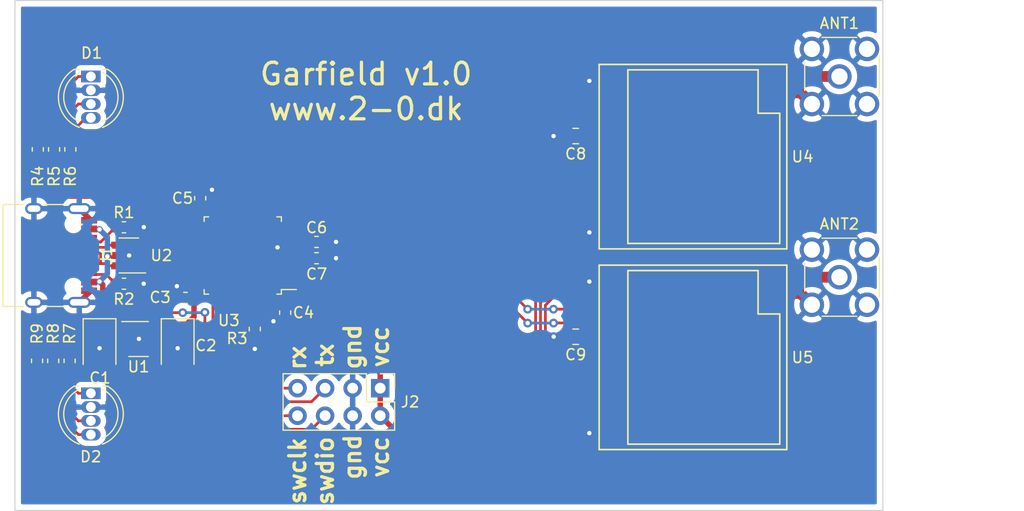
<source format=kicad_pcb>
(kicad_pcb (version 20171130) (host pcbnew 5.1.8-db9833491~87~ubuntu20.04.1)

  (general
    (thickness 1.6)
    (drawings 13)
    (tracks 368)
    (zones 0)
    (modules 29)
    (nets 41)
  )

  (page A4)
  (title_block
    (title Garfield)
    (date 2018-09-09)
    (rev v1.0)
    (company www.2-0.dk)
  )

  (layers
    (0 F.Cu signal)
    (31 B.Cu signal)
    (32 B.Adhes user)
    (33 F.Adhes user)
    (34 B.Paste user)
    (35 F.Paste user)
    (36 B.SilkS user)
    (37 F.SilkS user)
    (38 B.Mask user)
    (39 F.Mask user)
    (40 Dwgs.User user)
    (41 Cmts.User user)
    (42 Eco1.User user)
    (43 Eco2.User user)
    (44 Edge.Cuts user)
    (45 Margin user)
    (46 B.CrtYd user)
    (47 F.CrtYd user)
    (48 B.Fab user hide)
    (49 F.Fab user hide)
  )

  (setup
    (last_trace_width 0.25)
    (trace_clearance 0.2)
    (zone_clearance 0.508)
    (zone_45_only no)
    (trace_min 0.2)
    (via_size 0.8)
    (via_drill 0.4)
    (via_min_size 0.4)
    (via_min_drill 0.3)
    (uvia_size 0.3)
    (uvia_drill 0.1)
    (uvias_allowed no)
    (uvia_min_size 0.2)
    (uvia_min_drill 0.1)
    (edge_width 0.1)
    (segment_width 0.2)
    (pcb_text_width 0.3)
    (pcb_text_size 1.5 1.5)
    (mod_edge_width 0.15)
    (mod_text_size 1 1)
    (mod_text_width 0.15)
    (pad_size 1.325 2.35)
    (pad_drill 0)
    (pad_to_mask_clearance 0)
    (aux_axis_origin 0 0)
    (visible_elements FFFFFF7F)
    (pcbplotparams
      (layerselection 0x010fc_ffffffff)
      (usegerberextensions false)
      (usegerberattributes false)
      (usegerberadvancedattributes false)
      (creategerberjobfile false)
      (excludeedgelayer true)
      (linewidth 0.100000)
      (plotframeref false)
      (viasonmask false)
      (mode 1)
      (useauxorigin false)
      (hpglpennumber 1)
      (hpglpenspeed 20)
      (hpglpendiameter 15.000000)
      (psnegative false)
      (psa4output false)
      (plotreference true)
      (plotvalue true)
      (plotinvisibletext false)
      (padsonsilk false)
      (subtractmaskfromsilk false)
      (outputformat 1)
      (mirror false)
      (drillshape 0)
      (scaleselection 1)
      (outputdirectory "plots"))
  )

  (net 0 "")
  (net 1 GND)
  (net 2 vusb)
  (net 3 +3V3)
  (net 4 "Net-(D1-Pad1)")
  (net 5 "Net-(D2-Pad1)")
  (net 6 "Net-(J1-PadB5)")
  (net 7 usb_dp)
  (net 8 usb_dm)
  (net 9 "Net-(J1-PadA5)")
  (net 10 led1_red)
  (net 11 led1_green)
  (net 12 led2_red)
  (net 13 led2_green)
  (net 14 "Net-(D1-Pad4)")
  (net 15 "Net-(D1-Pad3)")
  (net 16 "Net-(D2-Pad3)")
  (net 17 "Net-(D2-Pad4)")
  (net 18 led1_blue)
  (net 19 led2_blue)
  (net 20 boot0)
  (net 21 nrst)
  (net 22 "Net-(ANT1-Pad1)")
  (net 23 "Net-(ANT2-Pad1)")
  (net 24 uart_tx)
  (net 25 swdio)
  (net 26 uart_rx)
  (net 27 swclk)
  (net 28 irq_radio868)
  (net 29 cs_radio868)
  (net 30 gpio1_radio868)
  (net 31 gpio0_radio868)
  (net 32 irq_radio433)
  (net 33 cs_radio433)
  (net 34 spi_sck)
  (net 35 spi_miso)
  (net 36 spi_mosi)
  (net 37 gpio1_radio433)
  (net 38 gpio0_radio433)
  (net 39 sdn_radio868)
  (net 40 sdn_radio433)

  (net_class Default "This is the default net class."
    (clearance 0.2)
    (trace_width 0.25)
    (via_dia 0.8)
    (via_drill 0.4)
    (uvia_dia 0.3)
    (uvia_drill 0.1)
    (add_net +3V3)
    (add_net GND)
    (add_net "Net-(ANT1-Pad1)")
    (add_net "Net-(ANT2-Pad1)")
    (add_net "Net-(D1-Pad1)")
    (add_net "Net-(D1-Pad3)")
    (add_net "Net-(D1-Pad4)")
    (add_net "Net-(D2-Pad1)")
    (add_net "Net-(D2-Pad3)")
    (add_net "Net-(D2-Pad4)")
    (add_net "Net-(J1-PadA5)")
    (add_net "Net-(J1-PadB5)")
    (add_net boot0)
    (add_net cs_radio433)
    (add_net cs_radio868)
    (add_net gpio0_radio433)
    (add_net gpio0_radio868)
    (add_net gpio1_radio433)
    (add_net gpio1_radio868)
    (add_net irq_radio433)
    (add_net irq_radio868)
    (add_net led1_blue)
    (add_net led1_green)
    (add_net led1_red)
    (add_net led2_blue)
    (add_net led2_green)
    (add_net led2_red)
    (add_net nrst)
    (add_net sdn_radio433)
    (add_net sdn_radio868)
    (add_net spi_miso)
    (add_net spi_mosi)
    (add_net spi_sck)
    (add_net swclk)
    (add_net swdio)
    (add_net uart_rx)
    (add_net uart_tx)
    (add_net usb_dm)
    (add_net usb_dp)
    (add_net vusb)
  )

  (module Package_QFP:LQFP-48_7x7mm_P0.5mm (layer F.Cu) (tedit 5A5E2375) (tstamp 5B70C7BD)
    (at 141 113.5 180)
    (descr "48 LEAD LQFP 7x7mm (see MICREL LQFP7x7-48LD-PL-1.pdf)")
    (tags "QFP 0.5")
    (path /5B48B53E/5B66E0BD)
    (attr smd)
    (fp_text reference U3 (at 1.28 -5.99 180) (layer F.SilkS)
      (effects (font (size 1 1) (thickness 0.15)))
    )
    (fp_text value STM32F072C8Tx (at 0 6 180) (layer F.Fab)
      (effects (font (size 1 1) (thickness 0.15)))
    )
    (fp_line (start -3.13 -3.75) (end -3.75 -3.75) (layer F.CrtYd) (width 0.05))
    (fp_line (start -3.75 -3.13) (end -3.75 -3.75) (layer F.CrtYd) (width 0.05))
    (fp_line (start -3.13 3.75) (end -3.75 3.75) (layer F.CrtYd) (width 0.05))
    (fp_line (start -3.75 3.13) (end -3.75 3.75) (layer F.CrtYd) (width 0.05))
    (fp_line (start 3.75 -3.13) (end 3.75 -3.75) (layer F.CrtYd) (width 0.05))
    (fp_line (start 3.13 -3.75) (end 3.75 -3.75) (layer F.CrtYd) (width 0.05))
    (fp_line (start -3.13 3.75) (end -3.13 5.25) (layer F.CrtYd) (width 0.05))
    (fp_line (start -3.75 3.13) (end -5.25 3.13) (layer F.CrtYd) (width 0.05))
    (fp_line (start -3.75 -3.13) (end -5.25 -3.13) (layer F.CrtYd) (width 0.05))
    (fp_line (start -3.13 -3.75) (end -3.13 -5.25) (layer F.CrtYd) (width 0.05))
    (fp_line (start 3.13 -3.75) (end 3.13 -5.25) (layer F.CrtYd) (width 0.05))
    (fp_line (start 3.75 -3.13) (end 5.25 -3.13) (layer F.CrtYd) (width 0.05))
    (fp_line (start 3.75 3.13) (end 5.25 3.13) (layer F.CrtYd) (width 0.05))
    (fp_line (start -3.56 3.56) (end -3.14 3.56) (layer F.SilkS) (width 0.12))
    (fp_line (start -3.56 -3.56) (end -3.56 -3.14) (layer F.SilkS) (width 0.12))
    (fp_line (start -3.56 -3.14) (end -4.94 -3.14) (layer F.SilkS) (width 0.12))
    (fp_line (start 3.56 -3.56) (end 3.14 -3.56) (layer F.SilkS) (width 0.12))
    (fp_line (start 3.56 3.56) (end 3.14 3.56) (layer F.SilkS) (width 0.12))
    (fp_line (start -3.56 -3.56) (end -3.14 -3.56) (layer F.SilkS) (width 0.12))
    (fp_line (start -3.56 3.56) (end -3.56 3.14) (layer F.SilkS) (width 0.12))
    (fp_line (start 3.56 3.56) (end 3.56 3.14) (layer F.SilkS) (width 0.12))
    (fp_line (start 3.56 -3.56) (end 3.56 -3.14) (layer F.SilkS) (width 0.12))
    (fp_line (start -3.13 5.25) (end 3.13 5.25) (layer F.CrtYd) (width 0.05))
    (fp_line (start -3.13 -5.25) (end 3.13 -5.25) (layer F.CrtYd) (width 0.05))
    (fp_line (start 5.25 -3.13) (end 5.25 3.13) (layer F.CrtYd) (width 0.05))
    (fp_line (start -5.25 -3.13) (end -5.25 3.13) (layer F.CrtYd) (width 0.05))
    (fp_line (start -3.5 -2.5) (end -2.5 -3.5) (layer F.Fab) (width 0.1))
    (fp_line (start -3.5 3.5) (end -3.5 -2.5) (layer F.Fab) (width 0.1))
    (fp_line (start 3.5 3.5) (end -3.5 3.5) (layer F.Fab) (width 0.1))
    (fp_line (start 3.5 -3.5) (end 3.5 3.5) (layer F.Fab) (width 0.1))
    (fp_line (start -2.5 -3.5) (end 3.5 -3.5) (layer F.Fab) (width 0.1))
    (fp_line (start 3.13 5.25) (end 3.13 3.75) (layer F.CrtYd) (width 0.05))
    (fp_line (start 3.75 3.13) (end 3.75 3.75) (layer F.CrtYd) (width 0.05))
    (fp_line (start 3.13 3.75) (end 3.75 3.75) (layer F.CrtYd) (width 0.05))
    (fp_text user %R (at 0 0 180) (layer F.Fab)
      (effects (font (size 1 1) (thickness 0.15)))
    )
    (pad 1 smd rect (at -4.35 -2.75 180) (size 1.3 0.25) (layers F.Cu F.Paste F.Mask)
      (net 3 +3V3))
    (pad 2 smd rect (at -4.35 -2.25 180) (size 1.3 0.25) (layers F.Cu F.Paste F.Mask)
      (net 39 sdn_radio868))
    (pad 3 smd rect (at -4.35 -1.75 180) (size 1.3 0.25) (layers F.Cu F.Paste F.Mask)
      (net 28 irq_radio868))
    (pad 4 smd rect (at -4.35 -1.25 180) (size 1.3 0.25) (layers F.Cu F.Paste F.Mask)
      (net 29 cs_radio868))
    (pad 5 smd rect (at -4.35 -0.75 180) (size 1.3 0.25) (layers F.Cu F.Paste F.Mask))
    (pad 6 smd rect (at -4.35 -0.25 180) (size 1.3 0.25) (layers F.Cu F.Paste F.Mask))
    (pad 7 smd rect (at -4.35 0.25 180) (size 1.3 0.25) (layers F.Cu F.Paste F.Mask)
      (net 21 nrst))
    (pad 8 smd rect (at -4.35 0.75 180) (size 1.3 0.25) (layers F.Cu F.Paste F.Mask)
      (net 1 GND))
    (pad 9 smd rect (at -4.35 1.25 180) (size 1.3 0.25) (layers F.Cu F.Paste F.Mask)
      (net 3 +3V3))
    (pad 10 smd rect (at -4.35 1.75 180) (size 1.3 0.25) (layers F.Cu F.Paste F.Mask)
      (net 30 gpio1_radio868))
    (pad 11 smd rect (at -4.35 2.25 180) (size 1.3 0.25) (layers F.Cu F.Paste F.Mask)
      (net 31 gpio0_radio868))
    (pad 12 smd rect (at -4.35 2.75 180) (size 1.3 0.25) (layers F.Cu F.Paste F.Mask)
      (net 40 sdn_radio433))
    (pad 13 smd rect (at -2.75 4.35 270) (size 1.3 0.25) (layers F.Cu F.Paste F.Mask)
      (net 32 irq_radio433))
    (pad 14 smd rect (at -2.25 4.35 270) (size 1.3 0.25) (layers F.Cu F.Paste F.Mask)
      (net 33 cs_radio433))
    (pad 15 smd rect (at -1.75 4.35 270) (size 1.3 0.25) (layers F.Cu F.Paste F.Mask)
      (net 34 spi_sck))
    (pad 16 smd rect (at -1.25 4.35 270) (size 1.3 0.25) (layers F.Cu F.Paste F.Mask)
      (net 35 spi_miso))
    (pad 17 smd rect (at -0.75 4.35 270) (size 1.3 0.25) (layers F.Cu F.Paste F.Mask)
      (net 36 spi_mosi))
    (pad 18 smd rect (at -0.25 4.35 270) (size 1.3 0.25) (layers F.Cu F.Paste F.Mask)
      (net 35 spi_miso))
    (pad 19 smd rect (at 0.25 4.35 270) (size 1.3 0.25) (layers F.Cu F.Paste F.Mask))
    (pad 20 smd rect (at 0.75 4.35 270) (size 1.3 0.25) (layers F.Cu F.Paste F.Mask))
    (pad 21 smd rect (at 1.25 4.35 270) (size 1.3 0.25) (layers F.Cu F.Paste F.Mask)
      (net 37 gpio1_radio433))
    (pad 22 smd rect (at 1.75 4.35 270) (size 1.3 0.25) (layers F.Cu F.Paste F.Mask)
      (net 38 gpio0_radio433))
    (pad 23 smd rect (at 2.25 4.35 270) (size 1.3 0.25) (layers F.Cu F.Paste F.Mask)
      (net 1 GND))
    (pad 24 smd rect (at 2.75 4.35 270) (size 1.3 0.25) (layers F.Cu F.Paste F.Mask)
      (net 3 +3V3))
    (pad 25 smd rect (at 4.35 2.75 180) (size 1.3 0.25) (layers F.Cu F.Paste F.Mask))
    (pad 26 smd rect (at 4.35 2.25 180) (size 1.3 0.25) (layers F.Cu F.Paste F.Mask)
      (net 18 led1_blue))
    (pad 27 smd rect (at 4.35 1.75 180) (size 1.3 0.25) (layers F.Cu F.Paste F.Mask)
      (net 11 led1_green))
    (pad 28 smd rect (at 4.35 1.25 180) (size 1.3 0.25) (layers F.Cu F.Paste F.Mask)
      (net 10 led1_red))
    (pad 29 smd rect (at 4.35 0.75 180) (size 1.3 0.25) (layers F.Cu F.Paste F.Mask)
      (net 19 led2_blue))
    (pad 30 smd rect (at 4.35 0.25 180) (size 1.3 0.25) (layers F.Cu F.Paste F.Mask)
      (net 13 led2_green))
    (pad 31 smd rect (at 4.35 -0.25 180) (size 1.3 0.25) (layers F.Cu F.Paste F.Mask)
      (net 12 led2_red))
    (pad 32 smd rect (at 4.35 -0.75 180) (size 1.3 0.25) (layers F.Cu F.Paste F.Mask)
      (net 8 usb_dm))
    (pad 33 smd rect (at 4.35 -1.25 180) (size 1.3 0.25) (layers F.Cu F.Paste F.Mask)
      (net 7 usb_dp))
    (pad 34 smd rect (at 4.35 -1.75 180) (size 1.3 0.25) (layers F.Cu F.Paste F.Mask)
      (net 25 swdio))
    (pad 35 smd rect (at 4.35 -2.25 180) (size 1.3 0.25) (layers F.Cu F.Paste F.Mask)
      (net 1 GND))
    (pad 36 smd rect (at 4.35 -2.75 180) (size 1.3 0.25) (layers F.Cu F.Paste F.Mask)
      (net 3 +3V3))
    (pad 37 smd rect (at 2.75 -4.35 270) (size 1.3 0.25) (layers F.Cu F.Paste F.Mask)
      (net 27 swclk))
    (pad 38 smd rect (at 2.25 -4.35 270) (size 1.3 0.25) (layers F.Cu F.Paste F.Mask))
    (pad 39 smd rect (at 1.75 -4.35 270) (size 1.3 0.25) (layers F.Cu F.Paste F.Mask))
    (pad 40 smd rect (at 1.25 -4.35 270) (size 1.3 0.25) (layers F.Cu F.Paste F.Mask))
    (pad 41 smd rect (at 0.75 -4.35 270) (size 1.3 0.25) (layers F.Cu F.Paste F.Mask))
    (pad 42 smd rect (at 0.25 -4.35 270) (size 1.3 0.25) (layers F.Cu F.Paste F.Mask)
      (net 24 uart_tx))
    (pad 43 smd rect (at -0.25 -4.35 270) (size 1.3 0.25) (layers F.Cu F.Paste F.Mask)
      (net 26 uart_rx))
    (pad 44 smd rect (at -0.75 -4.35 270) (size 1.3 0.25) (layers F.Cu F.Paste F.Mask)
      (net 20 boot0))
    (pad 45 smd rect (at -1.25 -4.35 270) (size 1.3 0.25) (layers F.Cu F.Paste F.Mask))
    (pad 46 smd rect (at -1.75 -4.35 270) (size 1.3 0.25) (layers F.Cu F.Paste F.Mask))
    (pad 47 smd rect (at -2.25 -4.35 270) (size 1.3 0.25) (layers F.Cu F.Paste F.Mask)
      (net 1 GND))
    (pad 48 smd rect (at -2.75 -4.35 270) (size 1.3 0.25) (layers F.Cu F.Paste F.Mask)
      (net 3 +3V3))
    (model ${KISYS3DMOD}/Package_QFP.3dshapes/LQFP-48_7x7mm_P0.5mm.wrl
      (at (xyz 0 0 0))
      (scale (xyz 1 1 1))
      (rotate (xyz 0 0 0))
    )
  )

  (module Resistor_SMD:R_0603_1608Metric (layer F.Cu) (tedit 5B301BBD) (tstamp 5B70C6D5)
    (at 130.05 110.9 180)
    (descr "Resistor SMD 0603 (1608 Metric), square (rectangular) end terminal, IPC_7351 nominal, (Body size source: http://www.tortai-tech.com/upload/download/2011102023233369053.pdf), generated with kicad-footprint-generator")
    (tags resistor)
    (path /5B48B53E/5B66E0CD)
    (attr smd)
    (fp_text reference R1 (at 0 1.36 180) (layer F.SilkS)
      (effects (font (size 1 1) (thickness 0.15)))
    )
    (fp_text value 5k1 (at 0 1.43 180) (layer F.Fab)
      (effects (font (size 1 1) (thickness 0.15)))
    )
    (fp_line (start 1.48 0.73) (end -1.48 0.73) (layer F.CrtYd) (width 0.05))
    (fp_line (start 1.48 -0.73) (end 1.48 0.73) (layer F.CrtYd) (width 0.05))
    (fp_line (start -1.48 -0.73) (end 1.48 -0.73) (layer F.CrtYd) (width 0.05))
    (fp_line (start -1.48 0.73) (end -1.48 -0.73) (layer F.CrtYd) (width 0.05))
    (fp_line (start -0.162779 0.51) (end 0.162779 0.51) (layer F.SilkS) (width 0.12))
    (fp_line (start -0.162779 -0.51) (end 0.162779 -0.51) (layer F.SilkS) (width 0.12))
    (fp_line (start 0.8 0.4) (end -0.8 0.4) (layer F.Fab) (width 0.1))
    (fp_line (start 0.8 -0.4) (end 0.8 0.4) (layer F.Fab) (width 0.1))
    (fp_line (start -0.8 -0.4) (end 0.8 -0.4) (layer F.Fab) (width 0.1))
    (fp_line (start -0.8 0.4) (end -0.8 -0.4) (layer F.Fab) (width 0.1))
    (fp_text user %R (at 0 0 180) (layer F.Fab)
      (effects (font (size 0.4 0.4) (thickness 0.06)))
    )
    (pad 1 smd roundrect (at -0.7875 0 180) (size 0.875 0.95) (layers F.Cu F.Paste F.Mask) (roundrect_rratio 0.25)
      (net 1 GND))
    (pad 2 smd roundrect (at 0.7875 0 180) (size 0.875 0.95) (layers F.Cu F.Paste F.Mask) (roundrect_rratio 0.25)
      (net 9 "Net-(J1-PadA5)"))
    (model ${KISYS3DMOD}/Resistor_SMD.3dshapes/R_0603_1608Metric.wrl
      (at (xyz 0 0 0))
      (scale (xyz 1 1 1))
      (rotate (xyz 0 0 0))
    )
  )

  (module Capacitor_Tantalum_SMD:CP_EIA-3528-12_Kemet-T (layer F.Cu) (tedit 5B342532) (tstamp 5B731B0F)
    (at 127.8 121.79 270)
    (descr "Tantalum Capacitor SMD Kemet-T (3528-12 Metric), IPC_7351 nominal, (Body size from: http://www.kemet.com/Lists/ProductCatalog/Attachments/253/KEM_TC101_STD.pdf), generated with kicad-footprint-generator")
    (tags "capacitor tantalum")
    (path /5B48B53E/5B66E084)
    (attr smd)
    (fp_text reference C1 (at 3 -0.04) (layer F.SilkS)
      (effects (font (size 1 1) (thickness 0.15)))
    )
    (fp_text value 10u (at 0 2.35 270) (layer F.Fab)
      (effects (font (size 1 1) (thickness 0.15)))
    )
    (fp_line (start 1.75 -1.4) (end -1.05 -1.4) (layer F.Fab) (width 0.1))
    (fp_line (start -1.05 -1.4) (end -1.75 -0.7) (layer F.Fab) (width 0.1))
    (fp_line (start -1.75 -0.7) (end -1.75 1.4) (layer F.Fab) (width 0.1))
    (fp_line (start -1.75 1.4) (end 1.75 1.4) (layer F.Fab) (width 0.1))
    (fp_line (start 1.75 1.4) (end 1.75 -1.4) (layer F.Fab) (width 0.1))
    (fp_line (start 1.75 -1.51) (end -2.46 -1.51) (layer F.SilkS) (width 0.12))
    (fp_line (start -2.46 -1.51) (end -2.46 1.51) (layer F.SilkS) (width 0.12))
    (fp_line (start -2.46 1.51) (end 1.75 1.51) (layer F.SilkS) (width 0.12))
    (fp_line (start -2.45 1.65) (end -2.45 -1.65) (layer F.CrtYd) (width 0.05))
    (fp_line (start -2.45 -1.65) (end 2.45 -1.65) (layer F.CrtYd) (width 0.05))
    (fp_line (start 2.45 -1.65) (end 2.45 1.65) (layer F.CrtYd) (width 0.05))
    (fp_line (start 2.45 1.65) (end -2.45 1.65) (layer F.CrtYd) (width 0.05))
    (fp_text user %R (at 0 0 270) (layer F.Fab)
      (effects (font (size 0.88 0.88) (thickness 0.13)))
    )
    (pad 2 smd roundrect (at 1.5375 0 270) (size 1.325 2.35) (layers F.Cu F.Paste F.Mask) (roundrect_rratio 0.1886784905660377)
      (net 1 GND))
    (pad 1 smd roundrect (at -1.5375 0 270) (size 1.325 2.35) (layers F.Cu F.Paste F.Mask) (roundrect_rratio 0.1886784905660377)
      (net 2 vusb))
    (model ${KISYS3DMOD}/Capacitor_Tantalum_SMD.3dshapes/CP_EIA-3528-12_Kemet-T.wrl
      (at (xyz 0 0 0))
      (scale (xyz 1 1 1))
      (rotate (xyz 0 0 0))
    )
  )

  (module Capacitor_Tantalum_SMD:CP_EIA-3528-12_Kemet-T (layer F.Cu) (tedit 5B342532) (tstamp 5B70C5D4)
    (at 135 121.7875 270)
    (descr "Tantalum Capacitor SMD Kemet-T (3528-12 Metric), IPC_7351 nominal, (Body size from: http://www.kemet.com/Lists/ProductCatalog/Attachments/253/KEM_TC101_STD.pdf), generated with kicad-footprint-generator")
    (tags "capacitor tantalum")
    (path /5B48B53E/5B66E08B)
    (attr smd)
    (fp_text reference C2 (at 0.0125 -2.6) (layer F.SilkS)
      (effects (font (size 1 1) (thickness 0.15)))
    )
    (fp_text value 22u (at 0 2.35 270) (layer F.Fab)
      (effects (font (size 1 1) (thickness 0.15)))
    )
    (fp_line (start 2.45 1.65) (end -2.45 1.65) (layer F.CrtYd) (width 0.05))
    (fp_line (start 2.45 -1.65) (end 2.45 1.65) (layer F.CrtYd) (width 0.05))
    (fp_line (start -2.45 -1.65) (end 2.45 -1.65) (layer F.CrtYd) (width 0.05))
    (fp_line (start -2.45 1.65) (end -2.45 -1.65) (layer F.CrtYd) (width 0.05))
    (fp_line (start -2.46 1.51) (end 1.75 1.51) (layer F.SilkS) (width 0.12))
    (fp_line (start -2.46 -1.51) (end -2.46 1.51) (layer F.SilkS) (width 0.12))
    (fp_line (start 1.75 -1.51) (end -2.46 -1.51) (layer F.SilkS) (width 0.12))
    (fp_line (start 1.75 1.4) (end 1.75 -1.4) (layer F.Fab) (width 0.1))
    (fp_line (start -1.75 1.4) (end 1.75 1.4) (layer F.Fab) (width 0.1))
    (fp_line (start -1.75 -0.7) (end -1.75 1.4) (layer F.Fab) (width 0.1))
    (fp_line (start -1.05 -1.4) (end -1.75 -0.7) (layer F.Fab) (width 0.1))
    (fp_line (start 1.75 -1.4) (end -1.05 -1.4) (layer F.Fab) (width 0.1))
    (fp_text user %R (at 0 0 270) (layer F.Fab)
      (effects (font (size 0.88 0.88) (thickness 0.13)))
    )
    (pad 1 smd roundrect (at -1.5375 0 270) (size 1.325 2.35) (layers F.Cu F.Paste F.Mask) (roundrect_rratio 0.1886784905660377)
      (net 3 +3V3))
    (pad 2 smd roundrect (at 1.5375 0 270) (size 1.325 2.35) (layers F.Cu F.Paste F.Mask) (roundrect_rratio 0.1886784905660377)
      (net 1 GND))
    (model ${KISYS3DMOD}/Capacitor_Tantalum_SMD.3dshapes/CP_EIA-3528-12_Kemet-T.wrl
      (at (xyz 0 0 0))
      (scale (xyz 1 1 1))
      (rotate (xyz 0 0 0))
    )
  )

  (module Capacitor_SMD:C_0603_1608Metric (layer F.Cu) (tedit 5B301BBE) (tstamp 5B64C66C)
    (at 135.72 117.41 180)
    (descr "Capacitor SMD 0603 (1608 Metric), square (rectangular) end terminal, IPC_7351 nominal, (Body size source: http://www.tortai-tech.com/upload/download/2011102023233369053.pdf), generated with kicad-footprint-generator")
    (tags capacitor)
    (path /5B48B53E/5B66E109)
    (attr smd)
    (fp_text reference C3 (at 2.33 0.05) (layer F.SilkS)
      (effects (font (size 1 1) (thickness 0.15)))
    )
    (fp_text value 100n (at 0 1.43 180) (layer F.Fab)
      (effects (font (size 1 1) (thickness 0.15)))
    )
    (fp_line (start -0.8 0.4) (end -0.8 -0.4) (layer F.Fab) (width 0.1))
    (fp_line (start -0.8 -0.4) (end 0.8 -0.4) (layer F.Fab) (width 0.1))
    (fp_line (start 0.8 -0.4) (end 0.8 0.4) (layer F.Fab) (width 0.1))
    (fp_line (start 0.8 0.4) (end -0.8 0.4) (layer F.Fab) (width 0.1))
    (fp_line (start -0.162779 -0.51) (end 0.162779 -0.51) (layer F.SilkS) (width 0.12))
    (fp_line (start -0.162779 0.51) (end 0.162779 0.51) (layer F.SilkS) (width 0.12))
    (fp_line (start -1.48 0.73) (end -1.48 -0.73) (layer F.CrtYd) (width 0.05))
    (fp_line (start -1.48 -0.73) (end 1.48 -0.73) (layer F.CrtYd) (width 0.05))
    (fp_line (start 1.48 -0.73) (end 1.48 0.73) (layer F.CrtYd) (width 0.05))
    (fp_line (start 1.48 0.73) (end -1.48 0.73) (layer F.CrtYd) (width 0.05))
    (fp_text user %R (at 0 0 180) (layer F.Fab)
      (effects (font (size 0.4 0.4) (thickness 0.06)))
    )
    (pad 2 smd roundrect (at 0.7875 0 180) (size 0.875 0.95) (layers F.Cu F.Paste F.Mask) (roundrect_rratio 0.25)
      (net 1 GND))
    (pad 1 smd roundrect (at -0.7875 0 180) (size 0.875 0.95) (layers F.Cu F.Paste F.Mask) (roundrect_rratio 0.25)
      (net 3 +3V3))
    (model ${KISYS3DMOD}/Capacitor_SMD.3dshapes/C_0603_1608Metric.wrl
      (at (xyz 0 0 0))
      (scale (xyz 1 1 1))
      (rotate (xyz 0 0 0))
    )
  )

  (module Capacitor_SMD:C_0603_1608Metric (layer F.Cu) (tedit 5B301BBE) (tstamp 5B72D5ED)
    (at 144.91 118.77 270)
    (descr "Capacitor SMD 0603 (1608 Metric), square (rectangular) end terminal, IPC_7351 nominal, (Body size source: http://www.tortai-tech.com/upload/download/2011102023233369053.pdf), generated with kicad-footprint-generator")
    (tags capacitor)
    (path /5B48B53E/5B66E110)
    (attr smd)
    (fp_text reference C4 (at 0 -1.69) (layer F.SilkS)
      (effects (font (size 1 1) (thickness 0.15)))
    )
    (fp_text value 100n (at 0 1.43 270) (layer F.Fab)
      (effects (font (size 1 1) (thickness 0.15)))
    )
    (fp_line (start 1.48 0.73) (end -1.48 0.73) (layer F.CrtYd) (width 0.05))
    (fp_line (start 1.48 -0.73) (end 1.48 0.73) (layer F.CrtYd) (width 0.05))
    (fp_line (start -1.48 -0.73) (end 1.48 -0.73) (layer F.CrtYd) (width 0.05))
    (fp_line (start -1.48 0.73) (end -1.48 -0.73) (layer F.CrtYd) (width 0.05))
    (fp_line (start -0.162779 0.51) (end 0.162779 0.51) (layer F.SilkS) (width 0.12))
    (fp_line (start -0.162779 -0.51) (end 0.162779 -0.51) (layer F.SilkS) (width 0.12))
    (fp_line (start 0.8 0.4) (end -0.8 0.4) (layer F.Fab) (width 0.1))
    (fp_line (start 0.8 -0.4) (end 0.8 0.4) (layer F.Fab) (width 0.1))
    (fp_line (start -0.8 -0.4) (end 0.8 -0.4) (layer F.Fab) (width 0.1))
    (fp_line (start -0.8 0.4) (end -0.8 -0.4) (layer F.Fab) (width 0.1))
    (fp_text user %R (at 0 0 270) (layer F.Fab)
      (effects (font (size 0.4 0.4) (thickness 0.06)))
    )
    (pad 1 smd roundrect (at -0.7875 0 270) (size 0.875 0.95) (layers F.Cu F.Paste F.Mask) (roundrect_rratio 0.25)
      (net 3 +3V3))
    (pad 2 smd roundrect (at 0.7875 0 270) (size 0.875 0.95) (layers F.Cu F.Paste F.Mask) (roundrect_rratio 0.25)
      (net 1 GND))
    (model ${KISYS3DMOD}/Capacitor_SMD.3dshapes/C_0603_1608Metric.wrl
      (at (xyz 0 0 0))
      (scale (xyz 1 1 1))
      (rotate (xyz 0 0 0))
    )
  )

  (module Capacitor_SMD:C_0603_1608Metric (layer F.Cu) (tedit 5B301BBE) (tstamp 5B70C607)
    (at 137.08 108.22 90)
    (descr "Capacitor SMD 0603 (1608 Metric), square (rectangular) end terminal, IPC_7351 nominal, (Body size source: http://www.tortai-tech.com/upload/download/2011102023233369053.pdf), generated with kicad-footprint-generator")
    (tags capacitor)
    (path /5B48B53E/5B66E117)
    (attr smd)
    (fp_text reference C5 (at 0 -1.63 180) (layer F.SilkS)
      (effects (font (size 1 1) (thickness 0.15)))
    )
    (fp_text value 100n (at 0 1.43 90) (layer F.Fab)
      (effects (font (size 1 1) (thickness 0.15)))
    )
    (fp_line (start -0.8 0.4) (end -0.8 -0.4) (layer F.Fab) (width 0.1))
    (fp_line (start -0.8 -0.4) (end 0.8 -0.4) (layer F.Fab) (width 0.1))
    (fp_line (start 0.8 -0.4) (end 0.8 0.4) (layer F.Fab) (width 0.1))
    (fp_line (start 0.8 0.4) (end -0.8 0.4) (layer F.Fab) (width 0.1))
    (fp_line (start -0.162779 -0.51) (end 0.162779 -0.51) (layer F.SilkS) (width 0.12))
    (fp_line (start -0.162779 0.51) (end 0.162779 0.51) (layer F.SilkS) (width 0.12))
    (fp_line (start -1.48 0.73) (end -1.48 -0.73) (layer F.CrtYd) (width 0.05))
    (fp_line (start -1.48 -0.73) (end 1.48 -0.73) (layer F.CrtYd) (width 0.05))
    (fp_line (start 1.48 -0.73) (end 1.48 0.73) (layer F.CrtYd) (width 0.05))
    (fp_line (start 1.48 0.73) (end -1.48 0.73) (layer F.CrtYd) (width 0.05))
    (fp_text user %R (at 0 0 90) (layer F.Fab)
      (effects (font (size 0.4 0.4) (thickness 0.06)))
    )
    (pad 2 smd roundrect (at 0.7875 0 90) (size 0.875 0.95) (layers F.Cu F.Paste F.Mask) (roundrect_rratio 0.25)
      (net 1 GND))
    (pad 1 smd roundrect (at -0.7875 0 90) (size 0.875 0.95) (layers F.Cu F.Paste F.Mask) (roundrect_rratio 0.25)
      (net 3 +3V3))
    (model ${KISYS3DMOD}/Capacitor_SMD.3dshapes/C_0603_1608Metric.wrl
      (at (xyz 0 0 0))
      (scale (xyz 1 1 1))
      (rotate (xyz 0 0 0))
    )
  )

  (module Capacitor_SMD:C_0603_1608Metric (layer F.Cu) (tedit 5B301BBE) (tstamp 5B70C618)
    (at 147.8 112.25)
    (descr "Capacitor SMD 0603 (1608 Metric), square (rectangular) end terminal, IPC_7351 nominal, (Body size source: http://www.tortai-tech.com/upload/download/2011102023233369053.pdf), generated with kicad-footprint-generator")
    (tags capacitor)
    (path /5B48B53E/5B66E0FB)
    (attr smd)
    (fp_text reference C6 (at 0.01 -1.32 180) (layer F.SilkS)
      (effects (font (size 1 1) (thickness 0.15)))
    )
    (fp_text value 100n (at 0 1.43) (layer F.Fab)
      (effects (font (size 1 1) (thickness 0.15)))
    )
    (fp_line (start 1.48 0.73) (end -1.48 0.73) (layer F.CrtYd) (width 0.05))
    (fp_line (start 1.48 -0.73) (end 1.48 0.73) (layer F.CrtYd) (width 0.05))
    (fp_line (start -1.48 -0.73) (end 1.48 -0.73) (layer F.CrtYd) (width 0.05))
    (fp_line (start -1.48 0.73) (end -1.48 -0.73) (layer F.CrtYd) (width 0.05))
    (fp_line (start -0.162779 0.51) (end 0.162779 0.51) (layer F.SilkS) (width 0.12))
    (fp_line (start -0.162779 -0.51) (end 0.162779 -0.51) (layer F.SilkS) (width 0.12))
    (fp_line (start 0.8 0.4) (end -0.8 0.4) (layer F.Fab) (width 0.1))
    (fp_line (start 0.8 -0.4) (end 0.8 0.4) (layer F.Fab) (width 0.1))
    (fp_line (start -0.8 -0.4) (end 0.8 -0.4) (layer F.Fab) (width 0.1))
    (fp_line (start -0.8 0.4) (end -0.8 -0.4) (layer F.Fab) (width 0.1))
    (fp_text user %R (at 0 0) (layer F.Fab)
      (effects (font (size 0.4 0.4) (thickness 0.06)))
    )
    (pad 1 smd roundrect (at -0.7875 0) (size 0.875 0.95) (layers F.Cu F.Paste F.Mask) (roundrect_rratio 0.25)
      (net 3 +3V3))
    (pad 2 smd roundrect (at 0.7875 0) (size 0.875 0.95) (layers F.Cu F.Paste F.Mask) (roundrect_rratio 0.25)
      (net 1 GND))
    (model ${KISYS3DMOD}/Capacitor_SMD.3dshapes/C_0603_1608Metric.wrl
      (at (xyz 0 0 0))
      (scale (xyz 1 1 1))
      (rotate (xyz 0 0 0))
    )
  )

  (module Capacitor_SMD:C_0603_1608Metric (layer F.Cu) (tedit 5B301BBE) (tstamp 5B7EE8DD)
    (at 147.8 113.75)
    (descr "Capacitor SMD 0603 (1608 Metric), square (rectangular) end terminal, IPC_7351 nominal, (Body size source: http://www.tortai-tech.com/upload/download/2011102023233369053.pdf), generated with kicad-footprint-generator")
    (tags capacitor)
    (path /5B48B53E/5B66E11E)
    (attr smd)
    (fp_text reference C7 (at 0.01 1.46 180) (layer F.SilkS)
      (effects (font (size 1 1) (thickness 0.15)))
    )
    (fp_text value 100n (at 0 1.43) (layer F.Fab)
      (effects (font (size 1 1) (thickness 0.15)))
    )
    (fp_line (start 1.48 0.73) (end -1.48 0.73) (layer F.CrtYd) (width 0.05))
    (fp_line (start 1.48 -0.73) (end 1.48 0.73) (layer F.CrtYd) (width 0.05))
    (fp_line (start -1.48 -0.73) (end 1.48 -0.73) (layer F.CrtYd) (width 0.05))
    (fp_line (start -1.48 0.73) (end -1.48 -0.73) (layer F.CrtYd) (width 0.05))
    (fp_line (start -0.162779 0.51) (end 0.162779 0.51) (layer F.SilkS) (width 0.12))
    (fp_line (start -0.162779 -0.51) (end 0.162779 -0.51) (layer F.SilkS) (width 0.12))
    (fp_line (start 0.8 0.4) (end -0.8 0.4) (layer F.Fab) (width 0.1))
    (fp_line (start 0.8 -0.4) (end 0.8 0.4) (layer F.Fab) (width 0.1))
    (fp_line (start -0.8 -0.4) (end 0.8 -0.4) (layer F.Fab) (width 0.1))
    (fp_line (start -0.8 0.4) (end -0.8 -0.4) (layer F.Fab) (width 0.1))
    (fp_text user %R (at 0 0) (layer F.Fab)
      (effects (font (size 0.4 0.4) (thickness 0.06)))
    )
    (pad 1 smd roundrect (at -0.7875 0) (size 0.875 0.95) (layers F.Cu F.Paste F.Mask) (roundrect_rratio 0.25)
      (net 21 nrst))
    (pad 2 smd roundrect (at 0.7875 0) (size 0.875 0.95) (layers F.Cu F.Paste F.Mask) (roundrect_rratio 0.25)
      (net 1 GND))
    (model ${KISYS3DMOD}/Capacitor_SMD.3dshapes/C_0603_1608Metric.wrl
      (at (xyz 0 0 0))
      (scale (xyz 1 1 1))
      (rotate (xyz 0 0 0))
    )
  )

  (module Resistor_SMD:R_0603_1608Metric (layer F.Cu) (tedit 5B301BBD) (tstamp 5B70735D)
    (at 130.05 116.1 180)
    (descr "Resistor SMD 0603 (1608 Metric), square (rectangular) end terminal, IPC_7351 nominal, (Body size source: http://www.tortai-tech.com/upload/download/2011102023233369053.pdf), generated with kicad-footprint-generator")
    (tags resistor)
    (path /5B48B53E/5B66E0D4)
    (attr smd)
    (fp_text reference R2 (at 0 -1.42 180) (layer F.SilkS)
      (effects (font (size 1 1) (thickness 0.15)))
    )
    (fp_text value 5k1 (at 0 1.43 180) (layer F.Fab)
      (effects (font (size 1 1) (thickness 0.15)))
    )
    (fp_line (start -0.8 0.4) (end -0.8 -0.4) (layer F.Fab) (width 0.1))
    (fp_line (start -0.8 -0.4) (end 0.8 -0.4) (layer F.Fab) (width 0.1))
    (fp_line (start 0.8 -0.4) (end 0.8 0.4) (layer F.Fab) (width 0.1))
    (fp_line (start 0.8 0.4) (end -0.8 0.4) (layer F.Fab) (width 0.1))
    (fp_line (start -0.162779 -0.51) (end 0.162779 -0.51) (layer F.SilkS) (width 0.12))
    (fp_line (start -0.162779 0.51) (end 0.162779 0.51) (layer F.SilkS) (width 0.12))
    (fp_line (start -1.48 0.73) (end -1.48 -0.73) (layer F.CrtYd) (width 0.05))
    (fp_line (start -1.48 -0.73) (end 1.48 -0.73) (layer F.CrtYd) (width 0.05))
    (fp_line (start 1.48 -0.73) (end 1.48 0.73) (layer F.CrtYd) (width 0.05))
    (fp_line (start 1.48 0.73) (end -1.48 0.73) (layer F.CrtYd) (width 0.05))
    (fp_text user %R (at 0 0 180) (layer F.Fab)
      (effects (font (size 0.4 0.4) (thickness 0.06)))
    )
    (pad 2 smd roundrect (at 0.7875 0 180) (size 0.875 0.95) (layers F.Cu F.Paste F.Mask) (roundrect_rratio 0.25)
      (net 6 "Net-(J1-PadB5)"))
    (pad 1 smd roundrect (at -0.7875 0 180) (size 0.875 0.95) (layers F.Cu F.Paste F.Mask) (roundrect_rratio 0.25)
      (net 1 GND))
    (model ${KISYS3DMOD}/Resistor_SMD.3dshapes/R_0603_1608Metric.wrl
      (at (xyz 0 0 0))
      (scale (xyz 1 1 1))
      (rotate (xyz 0 0 0))
    )
  )

  (module Resistor_SMD:R_0603_1608Metric (layer F.Cu) (tedit 5B301BBD) (tstamp 5B70C6F7)
    (at 142.11 120.28 270)
    (descr "Resistor SMD 0603 (1608 Metric), square (rectangular) end terminal, IPC_7351 nominal, (Body size source: http://www.tortai-tech.com/upload/download/2011102023233369053.pdf), generated with kicad-footprint-generator")
    (tags resistor)
    (path /5B48B53E/5B66E102)
    (attr smd)
    (fp_text reference R3 (at 0.87 1.63 180) (layer F.SilkS)
      (effects (font (size 1 1) (thickness 0.15)))
    )
    (fp_text value 100k (at 0 1.43 270) (layer F.Fab)
      (effects (font (size 1 1) (thickness 0.15)))
    )
    (fp_line (start 1.48 0.73) (end -1.48 0.73) (layer F.CrtYd) (width 0.05))
    (fp_line (start 1.48 -0.73) (end 1.48 0.73) (layer F.CrtYd) (width 0.05))
    (fp_line (start -1.48 -0.73) (end 1.48 -0.73) (layer F.CrtYd) (width 0.05))
    (fp_line (start -1.48 0.73) (end -1.48 -0.73) (layer F.CrtYd) (width 0.05))
    (fp_line (start -0.162779 0.51) (end 0.162779 0.51) (layer F.SilkS) (width 0.12))
    (fp_line (start -0.162779 -0.51) (end 0.162779 -0.51) (layer F.SilkS) (width 0.12))
    (fp_line (start 0.8 0.4) (end -0.8 0.4) (layer F.Fab) (width 0.1))
    (fp_line (start 0.8 -0.4) (end 0.8 0.4) (layer F.Fab) (width 0.1))
    (fp_line (start -0.8 -0.4) (end 0.8 -0.4) (layer F.Fab) (width 0.1))
    (fp_line (start -0.8 0.4) (end -0.8 -0.4) (layer F.Fab) (width 0.1))
    (fp_text user %R (at 0 0 270) (layer F.Fab)
      (effects (font (size 0.4 0.4) (thickness 0.06)))
    )
    (pad 1 smd roundrect (at -0.7875 0 270) (size 0.875 0.95) (layers F.Cu F.Paste F.Mask) (roundrect_rratio 0.25)
      (net 20 boot0))
    (pad 2 smd roundrect (at 0.7875 0 270) (size 0.875 0.95) (layers F.Cu F.Paste F.Mask) (roundrect_rratio 0.25)
      (net 1 GND))
    (model ${KISYS3DMOD}/Resistor_SMD.3dshapes/R_0603_1608Metric.wrl
      (at (xyz 0 0 0))
      (scale (xyz 1 1 1))
      (rotate (xyz 0 0 0))
    )
  )

  (module Resistor_SMD:R_0603_1608Metric (layer F.Cu) (tedit 5B301BBD) (tstamp 5B7228D2)
    (at 122.11 103.72 90)
    (descr "Resistor SMD 0603 (1608 Metric), square (rectangular) end terminal, IPC_7351 nominal, (Body size source: http://www.tortai-tech.com/upload/download/2011102023233369053.pdf), generated with kicad-footprint-generator")
    (tags resistor)
    (path /5B48B53E/5B66E1B0)
    (attr smd)
    (fp_text reference R4 (at -2.48 -0.01 90) (layer F.SilkS)
      (effects (font (size 1 1) (thickness 0.15)))
    )
    (fp_text value 470 (at 0 1.43 90) (layer F.Fab)
      (effects (font (size 1 1) (thickness 0.15)))
    )
    (fp_line (start 1.48 0.73) (end -1.48 0.73) (layer F.CrtYd) (width 0.05))
    (fp_line (start 1.48 -0.73) (end 1.48 0.73) (layer F.CrtYd) (width 0.05))
    (fp_line (start -1.48 -0.73) (end 1.48 -0.73) (layer F.CrtYd) (width 0.05))
    (fp_line (start -1.48 0.73) (end -1.48 -0.73) (layer F.CrtYd) (width 0.05))
    (fp_line (start -0.162779 0.51) (end 0.162779 0.51) (layer F.SilkS) (width 0.12))
    (fp_line (start -0.162779 -0.51) (end 0.162779 -0.51) (layer F.SilkS) (width 0.12))
    (fp_line (start 0.8 0.4) (end -0.8 0.4) (layer F.Fab) (width 0.1))
    (fp_line (start 0.8 -0.4) (end 0.8 0.4) (layer F.Fab) (width 0.1))
    (fp_line (start -0.8 -0.4) (end 0.8 -0.4) (layer F.Fab) (width 0.1))
    (fp_line (start -0.8 0.4) (end -0.8 -0.4) (layer F.Fab) (width 0.1))
    (fp_text user %R (at 0 0 90) (layer F.Fab)
      (effects (font (size 0.4 0.4) (thickness 0.06)))
    )
    (pad 1 smd roundrect (at -0.7875 0 90) (size 0.875 0.95) (layers F.Cu F.Paste F.Mask) (roundrect_rratio 0.25)
      (net 10 led1_red))
    (pad 2 smd roundrect (at 0.7875 0 90) (size 0.875 0.95) (layers F.Cu F.Paste F.Mask) (roundrect_rratio 0.25)
      (net 4 "Net-(D1-Pad1)"))
    (model ${KISYS3DMOD}/Resistor_SMD.3dshapes/R_0603_1608Metric.wrl
      (at (xyz 0 0 0))
      (scale (xyz 1 1 1))
      (rotate (xyz 0 0 0))
    )
  )

  (module Resistor_SMD:R_0603_1608Metric (layer F.Cu) (tedit 5B301BBD) (tstamp 5B722902)
    (at 123.61 103.72 90)
    (descr "Resistor SMD 0603 (1608 Metric), square (rectangular) end terminal, IPC_7351 nominal, (Body size source: http://www.tortai-tech.com/upload/download/2011102023233369053.pdf), generated with kicad-footprint-generator")
    (tags resistor)
    (path /5B48B53E/5B66E176)
    (attr smd)
    (fp_text reference R5 (at -2.48 0 90) (layer F.SilkS)
      (effects (font (size 1 1) (thickness 0.15)))
    )
    (fp_text value 470 (at 0 1.43 90) (layer F.Fab)
      (effects (font (size 1 1) (thickness 0.15)))
    )
    (fp_line (start -0.8 0.4) (end -0.8 -0.4) (layer F.Fab) (width 0.1))
    (fp_line (start -0.8 -0.4) (end 0.8 -0.4) (layer F.Fab) (width 0.1))
    (fp_line (start 0.8 -0.4) (end 0.8 0.4) (layer F.Fab) (width 0.1))
    (fp_line (start 0.8 0.4) (end -0.8 0.4) (layer F.Fab) (width 0.1))
    (fp_line (start -0.162779 -0.51) (end 0.162779 -0.51) (layer F.SilkS) (width 0.12))
    (fp_line (start -0.162779 0.51) (end 0.162779 0.51) (layer F.SilkS) (width 0.12))
    (fp_line (start -1.48 0.73) (end -1.48 -0.73) (layer F.CrtYd) (width 0.05))
    (fp_line (start -1.48 -0.73) (end 1.48 -0.73) (layer F.CrtYd) (width 0.05))
    (fp_line (start 1.48 -0.73) (end 1.48 0.73) (layer F.CrtYd) (width 0.05))
    (fp_line (start 1.48 0.73) (end -1.48 0.73) (layer F.CrtYd) (width 0.05))
    (fp_text user %R (at 0 0 90) (layer F.Fab)
      (effects (font (size 0.4 0.4) (thickness 0.06)))
    )
    (pad 2 smd roundrect (at 0.7875 0 90) (size 0.875 0.95) (layers F.Cu F.Paste F.Mask) (roundrect_rratio 0.25)
      (net 15 "Net-(D1-Pad3)"))
    (pad 1 smd roundrect (at -0.7875 0 90) (size 0.875 0.95) (layers F.Cu F.Paste F.Mask) (roundrect_rratio 0.25)
      (net 11 led1_green))
    (model ${KISYS3DMOD}/Resistor_SMD.3dshapes/R_0603_1608Metric.wrl
      (at (xyz 0 0 0))
      (scale (xyz 1 1 1))
      (rotate (xyz 0 0 0))
    )
  )

  (module Resistor_SMD:R_0603_1608Metric (layer F.Cu) (tedit 5B301BBD) (tstamp 5B722932)
    (at 125.11 103.72 90)
    (descr "Resistor SMD 0603 (1608 Metric), square (rectangular) end terminal, IPC_7351 nominal, (Body size source: http://www.tortai-tech.com/upload/download/2011102023233369053.pdf), generated with kicad-footprint-generator")
    (tags resistor)
    (path /5B48B53E/5B66E16F)
    (attr smd)
    (fp_text reference R6 (at -2.48 -0.01 90) (layer F.SilkS)
      (effects (font (size 1 1) (thickness 0.15)))
    )
    (fp_text value 470 (at 0 1.43 90) (layer F.Fab)
      (effects (font (size 1 1) (thickness 0.15)))
    )
    (fp_line (start 1.48 0.73) (end -1.48 0.73) (layer F.CrtYd) (width 0.05))
    (fp_line (start 1.48 -0.73) (end 1.48 0.73) (layer F.CrtYd) (width 0.05))
    (fp_line (start -1.48 -0.73) (end 1.48 -0.73) (layer F.CrtYd) (width 0.05))
    (fp_line (start -1.48 0.73) (end -1.48 -0.73) (layer F.CrtYd) (width 0.05))
    (fp_line (start -0.162779 0.51) (end 0.162779 0.51) (layer F.SilkS) (width 0.12))
    (fp_line (start -0.162779 -0.51) (end 0.162779 -0.51) (layer F.SilkS) (width 0.12))
    (fp_line (start 0.8 0.4) (end -0.8 0.4) (layer F.Fab) (width 0.1))
    (fp_line (start 0.8 -0.4) (end 0.8 0.4) (layer F.Fab) (width 0.1))
    (fp_line (start -0.8 -0.4) (end 0.8 -0.4) (layer F.Fab) (width 0.1))
    (fp_line (start -0.8 0.4) (end -0.8 -0.4) (layer F.Fab) (width 0.1))
    (fp_text user %R (at 0 0 90) (layer F.Fab)
      (effects (font (size 0.4 0.4) (thickness 0.06)))
    )
    (pad 1 smd roundrect (at -0.7875 0 90) (size 0.875 0.95) (layers F.Cu F.Paste F.Mask) (roundrect_rratio 0.25)
      (net 18 led1_blue))
    (pad 2 smd roundrect (at 0.7875 0 90) (size 0.875 0.95) (layers F.Cu F.Paste F.Mask) (roundrect_rratio 0.25)
      (net 14 "Net-(D1-Pad4)"))
    (model ${KISYS3DMOD}/Resistor_SMD.3dshapes/R_0603_1608Metric.wrl
      (at (xyz 0 0 0))
      (scale (xyz 1 1 1))
      (rotate (xyz 0 0 0))
    )
  )

  (module Resistor_SMD:R_0603_1608Metric (layer F.Cu) (tedit 5B301BBD) (tstamp 5B70C73B)
    (at 125.04 123.21 270)
    (descr "Resistor SMD 0603 (1608 Metric), square (rectangular) end terminal, IPC_7351 nominal, (Body size source: http://www.tortai-tech.com/upload/download/2011102023233369053.pdf), generated with kicad-footprint-generator")
    (tags resistor)
    (path /5B48B53E/5B66E184)
    (attr smd)
    (fp_text reference R7 (at -2.5 0 270) (layer F.SilkS)
      (effects (font (size 1 1) (thickness 0.15)))
    )
    (fp_text value 470 (at 0 1.43 270) (layer F.Fab)
      (effects (font (size 1 1) (thickness 0.15)))
    )
    (fp_line (start -0.8 0.4) (end -0.8 -0.4) (layer F.Fab) (width 0.1))
    (fp_line (start -0.8 -0.4) (end 0.8 -0.4) (layer F.Fab) (width 0.1))
    (fp_line (start 0.8 -0.4) (end 0.8 0.4) (layer F.Fab) (width 0.1))
    (fp_line (start 0.8 0.4) (end -0.8 0.4) (layer F.Fab) (width 0.1))
    (fp_line (start -0.162779 -0.51) (end 0.162779 -0.51) (layer F.SilkS) (width 0.12))
    (fp_line (start -0.162779 0.51) (end 0.162779 0.51) (layer F.SilkS) (width 0.12))
    (fp_line (start -1.48 0.73) (end -1.48 -0.73) (layer F.CrtYd) (width 0.05))
    (fp_line (start -1.48 -0.73) (end 1.48 -0.73) (layer F.CrtYd) (width 0.05))
    (fp_line (start 1.48 -0.73) (end 1.48 0.73) (layer F.CrtYd) (width 0.05))
    (fp_line (start 1.48 0.73) (end -1.48 0.73) (layer F.CrtYd) (width 0.05))
    (fp_text user %R (at 0 0 270) (layer F.Fab)
      (effects (font (size 0.4 0.4) (thickness 0.06)))
    )
    (pad 2 smd roundrect (at 0.7875 0 270) (size 0.875 0.95) (layers F.Cu F.Paste F.Mask) (roundrect_rratio 0.25)
      (net 5 "Net-(D2-Pad1)"))
    (pad 1 smd roundrect (at -0.7875 0 270) (size 0.875 0.95) (layers F.Cu F.Paste F.Mask) (roundrect_rratio 0.25)
      (net 12 led2_red))
    (model ${KISYS3DMOD}/Resistor_SMD.3dshapes/R_0603_1608Metric.wrl
      (at (xyz 0 0 0))
      (scale (xyz 1 1 1))
      (rotate (xyz 0 0 0))
    )
  )

  (module Package_TO_SOT_SMD:SOT-23-5 (layer F.Cu) (tedit 5A02FF57) (tstamp 5B70C750)
    (at 131.4 121.2)
    (descr "5-pin SOT23 package")
    (tags SOT-23-5)
    (path /5B48B53E/5FAC29D4)
    (attr smd)
    (fp_text reference U1 (at 0 2.56) (layer F.SilkS)
      (effects (font (size 1 1) (thickness 0.15)))
    )
    (fp_text value LP5907MFX-3.3 (at 0 2.9) (layer F.Fab)
      (effects (font (size 1 1) (thickness 0.15)))
    )
    (fp_line (start 0.9 -1.55) (end 0.9 1.55) (layer F.Fab) (width 0.1))
    (fp_line (start 0.9 1.55) (end -0.9 1.55) (layer F.Fab) (width 0.1))
    (fp_line (start -0.9 -0.9) (end -0.9 1.55) (layer F.Fab) (width 0.1))
    (fp_line (start 0.9 -1.55) (end -0.25 -1.55) (layer F.Fab) (width 0.1))
    (fp_line (start -0.9 -0.9) (end -0.25 -1.55) (layer F.Fab) (width 0.1))
    (fp_line (start -1.9 1.8) (end -1.9 -1.8) (layer F.CrtYd) (width 0.05))
    (fp_line (start 1.9 1.8) (end -1.9 1.8) (layer F.CrtYd) (width 0.05))
    (fp_line (start 1.9 -1.8) (end 1.9 1.8) (layer F.CrtYd) (width 0.05))
    (fp_line (start -1.9 -1.8) (end 1.9 -1.8) (layer F.CrtYd) (width 0.05))
    (fp_line (start 0.9 -1.61) (end -1.55 -1.61) (layer F.SilkS) (width 0.12))
    (fp_line (start -0.9 1.61) (end 0.9 1.61) (layer F.SilkS) (width 0.12))
    (fp_text user %R (at 0 0 -270) (layer F.Fab)
      (effects (font (size 0.5 0.5) (thickness 0.075)))
    )
    (pad 1 smd rect (at -1.1 -0.95) (size 1.06 0.65) (layers F.Cu F.Paste F.Mask)
      (net 2 vusb))
    (pad 2 smd rect (at -1.1 0) (size 1.06 0.65) (layers F.Cu F.Paste F.Mask)
      (net 1 GND))
    (pad 3 smd rect (at -1.1 0.95) (size 1.06 0.65) (layers F.Cu F.Paste F.Mask)
      (net 2 vusb))
    (pad 4 smd rect (at 1.1 0.95) (size 1.06 0.65) (layers F.Cu F.Paste F.Mask))
    (pad 5 smd rect (at 1.1 -0.95) (size 1.06 0.65) (layers F.Cu F.Paste F.Mask)
      (net 3 +3V3))
    (model ${KISYS3DMOD}/Package_TO_SOT_SMD.3dshapes/SOT-23-5.wrl
      (at (xyz 0 0 0))
      (scale (xyz 1 1 1))
      (rotate (xyz 0 0 0))
    )
  )

  (module Package_TO_SOT_SMD:SOT-23-6 (layer F.Cu) (tedit 5A02FF57) (tstamp 5B70C766)
    (at 130.5 113.5 180)
    (descr "6-pin SOT-23 package")
    (tags SOT-23-6)
    (path /5B48B53E/5FAA8327)
    (attr smd)
    (fp_text reference U2 (at -3 0 180) (layer F.SilkS)
      (effects (font (size 1 1) (thickness 0.15)))
    )
    (fp_text value SRV05-4 (at 0 2.9 180) (layer F.Fab)
      (effects (font (size 1 1) (thickness 0.15)))
    )
    (fp_line (start 0.9 -1.55) (end 0.9 1.55) (layer F.Fab) (width 0.1))
    (fp_line (start 0.9 1.55) (end -0.9 1.55) (layer F.Fab) (width 0.1))
    (fp_line (start -0.9 -0.9) (end -0.9 1.55) (layer F.Fab) (width 0.1))
    (fp_line (start 0.9 -1.55) (end -0.25 -1.55) (layer F.Fab) (width 0.1))
    (fp_line (start -0.9 -0.9) (end -0.25 -1.55) (layer F.Fab) (width 0.1))
    (fp_line (start -1.9 -1.8) (end -1.9 1.8) (layer F.CrtYd) (width 0.05))
    (fp_line (start -1.9 1.8) (end 1.9 1.8) (layer F.CrtYd) (width 0.05))
    (fp_line (start 1.9 1.8) (end 1.9 -1.8) (layer F.CrtYd) (width 0.05))
    (fp_line (start 1.9 -1.8) (end -1.9 -1.8) (layer F.CrtYd) (width 0.05))
    (fp_line (start 0.9 -1.61) (end -1.55 -1.61) (layer F.SilkS) (width 0.12))
    (fp_line (start -0.9 1.61) (end 0.9 1.61) (layer F.SilkS) (width 0.12))
    (fp_text user %R (at 0 0 270) (layer F.Fab)
      (effects (font (size 0.5 0.5) (thickness 0.075)))
    )
    (pad 1 smd rect (at -1.1 -0.95 180) (size 1.06 0.65) (layers F.Cu F.Paste F.Mask)
      (net 7 usb_dp))
    (pad 2 smd rect (at -1.1 0 180) (size 1.06 0.65) (layers F.Cu F.Paste F.Mask)
      (net 1 GND))
    (pad 3 smd rect (at -1.1 0.95 180) (size 1.06 0.65) (layers F.Cu F.Paste F.Mask)
      (net 8 usb_dm))
    (pad 4 smd rect (at 1.1 0.95 180) (size 1.06 0.65) (layers F.Cu F.Paste F.Mask)
      (net 8 usb_dm))
    (pad 6 smd rect (at 1.1 -0.95 180) (size 1.06 0.65) (layers F.Cu F.Paste F.Mask)
      (net 7 usb_dp))
    (pad 5 smd rect (at 1.1 0 180) (size 1.06 0.65) (layers F.Cu F.Paste F.Mask)
      (net 2 vusb))
    (model ${KISYS3DMOD}/Package_TO_SOT_SMD.3dshapes/SOT-23-6.wrl
      (at (xyz 0 0 0))
      (scale (xyz 1 1 1))
      (rotate (xyz 0 0 0))
    )
  )

  (module LED_THT:LED_D5.0mm-4 (layer F.Cu) (tedit 587A3A7B) (tstamp 5B72289A)
    (at 127 97 270)
    (descr "LED, diameter 5.0mm, 2 pins, diameter 5.0mm, 3 pins, diameter 5.0mm, 4 pins, http://www.kingbright.com/attachments/file/psearch/000/00/00/L-154A4SUREQBFZGEW(Ver.9A).pdf")
    (tags "LED diameter 5.0mm 2 pins diameter 5.0mm 3 pins diameter 5.0mm 4 pins")
    (path /5B48B53E/5B66E1A2)
    (fp_text reference D1 (at -2.16 -0.07) (layer F.SilkS)
      (effects (font (size 1 1) (thickness 0.15)))
    )
    (fp_text value LED_RCGB (at 1.905 3.96 270) (layer F.Fab)
      (effects (font (size 1 1) (thickness 0.15)))
    )
    (fp_circle (center 1.905 0) (end 4.405 0) (layer F.Fab) (width 0.1))
    (fp_line (start -0.595 -1.469694) (end -0.595 1.469694) (layer F.Fab) (width 0.1))
    (fp_line (start -0.655 -1.545) (end -0.655 -1.08) (layer F.SilkS) (width 0.12))
    (fp_line (start -0.655 1.08) (end -0.655 1.545) (layer F.SilkS) (width 0.12))
    (fp_line (start -1.35 -3.25) (end -1.35 3.25) (layer F.CrtYd) (width 0.05))
    (fp_line (start -1.35 3.25) (end 5.15 3.25) (layer F.CrtYd) (width 0.05))
    (fp_line (start 5.15 3.25) (end 5.15 -3.25) (layer F.CrtYd) (width 0.05))
    (fp_line (start 5.15 -3.25) (end -1.35 -3.25) (layer F.CrtYd) (width 0.05))
    (fp_arc (start 1.905 0) (end -0.349684 1.08) (angle -128.8) (layer F.SilkS) (width 0.12))
    (fp_arc (start 1.905 0) (end -0.349684 -1.08) (angle 128.8) (layer F.SilkS) (width 0.12))
    (fp_arc (start 1.905 0) (end -0.655 1.54483) (angle -127.7) (layer F.SilkS) (width 0.12))
    (fp_arc (start 1.905 0) (end -0.655 -1.54483) (angle 127.7) (layer F.SilkS) (width 0.12))
    (fp_arc (start 1.905 0) (end -0.595 -1.469694) (angle 299.1) (layer F.Fab) (width 0.1))
    (pad 4 thru_hole oval (at 3.81 0 270) (size 1.07 1.8) (drill 0.9) (layers *.Cu *.Mask)
      (net 14 "Net-(D1-Pad4)"))
    (pad 3 thru_hole oval (at 2.54 0 270) (size 1.07 1.8) (drill 0.9) (layers *.Cu *.Mask)
      (net 15 "Net-(D1-Pad3)"))
    (pad 2 thru_hole oval (at 1.27 0 270) (size 1.07 1.8) (drill 0.9) (layers *.Cu *.Mask)
      (net 1 GND))
    (pad 1 thru_hole rect (at 0 0 270) (size 1.07 1.8) (drill 0.9) (layers *.Cu *.Mask)
      (net 4 "Net-(D1-Pad1)"))
    (model ${KISYS3DMOD}/LED_THT.3dshapes/LED_D5.0mm-4.wrl
      (at (xyz 0 0 0))
      (scale (xyz 1 1 1))
      (rotate (xyz 0 0 0))
    )
  )

  (module LED_THT:LED_D5.0mm-4 (layer F.Cu) (tedit 587A3A7B) (tstamp 5B707095)
    (at 127 126.2 270)
    (descr "LED, diameter 5.0mm, 2 pins, diameter 5.0mm, 3 pins, diameter 5.0mm, 4 pins, http://www.kingbright.com/attachments/file/psearch/000/00/00/L-154A4SUREQBFZGEW(Ver.9A).pdf")
    (tags "LED diameter 5.0mm 2 pins diameter 5.0mm 3 pins diameter 5.0mm 4 pins")
    (path /5B48B53E/5B66E1A9)
    (fp_text reference D2 (at 5.85 0.01) (layer F.SilkS)
      (effects (font (size 1 1) (thickness 0.15)))
    )
    (fp_text value LED_RCGB (at 1.905 3.96 270) (layer F.Fab)
      (effects (font (size 1 1) (thickness 0.15)))
    )
    (fp_line (start 5.15 -3.25) (end -1.35 -3.25) (layer F.CrtYd) (width 0.05))
    (fp_line (start 5.15 3.25) (end 5.15 -3.25) (layer F.CrtYd) (width 0.05))
    (fp_line (start -1.35 3.25) (end 5.15 3.25) (layer F.CrtYd) (width 0.05))
    (fp_line (start -1.35 -3.25) (end -1.35 3.25) (layer F.CrtYd) (width 0.05))
    (fp_line (start -0.655 1.08) (end -0.655 1.545) (layer F.SilkS) (width 0.12))
    (fp_line (start -0.655 -1.545) (end -0.655 -1.08) (layer F.SilkS) (width 0.12))
    (fp_line (start -0.595 -1.469694) (end -0.595 1.469694) (layer F.Fab) (width 0.1))
    (fp_circle (center 1.905 0) (end 4.405 0) (layer F.Fab) (width 0.1))
    (fp_arc (start 1.905 0) (end -0.595 -1.469694) (angle 299.1) (layer F.Fab) (width 0.1))
    (fp_arc (start 1.905 0) (end -0.655 -1.54483) (angle 127.7) (layer F.SilkS) (width 0.12))
    (fp_arc (start 1.905 0) (end -0.655 1.54483) (angle -127.7) (layer F.SilkS) (width 0.12))
    (fp_arc (start 1.905 0) (end -0.349684 -1.08) (angle 128.8) (layer F.SilkS) (width 0.12))
    (fp_arc (start 1.905 0) (end -0.349684 1.08) (angle -128.8) (layer F.SilkS) (width 0.12))
    (pad 1 thru_hole rect (at 0 0 270) (size 1.07 1.8) (drill 0.9) (layers *.Cu *.Mask)
      (net 5 "Net-(D2-Pad1)"))
    (pad 2 thru_hole oval (at 1.27 0 270) (size 1.07 1.8) (drill 0.9) (layers *.Cu *.Mask)
      (net 1 GND))
    (pad 3 thru_hole oval (at 2.54 0 270) (size 1.07 1.8) (drill 0.9) (layers *.Cu *.Mask)
      (net 16 "Net-(D2-Pad3)"))
    (pad 4 thru_hole oval (at 3.81 0 270) (size 1.07 1.8) (drill 0.9) (layers *.Cu *.Mask)
      (net 17 "Net-(D2-Pad4)"))
    (model ${KISYS3DMOD}/LED_THT.3dshapes/LED_D5.0mm-4.wrl
      (at (xyz 0 0 0))
      (scale (xyz 1 1 1))
      (rotate (xyz 0 0 0))
    )
  )

  (module Resistor_SMD:R_0603_1608Metric (layer F.Cu) (tedit 5B301BBD) (tstamp 5B7070A6)
    (at 123.53 123.21 270)
    (descr "Resistor SMD 0603 (1608 Metric), square (rectangular) end terminal, IPC_7351 nominal, (Body size source: http://www.tortai-tech.com/upload/download/2011102023233369053.pdf), generated with kicad-footprint-generator")
    (tags resistor)
    (path /5B48B53E/5B66E17D)
    (attr smd)
    (fp_text reference R8 (at -2.51 0 270) (layer F.SilkS)
      (effects (font (size 1 1) (thickness 0.15)))
    )
    (fp_text value 470 (at 0 1.43 270) (layer F.Fab)
      (effects (font (size 1 1) (thickness 0.15)))
    )
    (fp_line (start 1.48 0.73) (end -1.48 0.73) (layer F.CrtYd) (width 0.05))
    (fp_line (start 1.48 -0.73) (end 1.48 0.73) (layer F.CrtYd) (width 0.05))
    (fp_line (start -1.48 -0.73) (end 1.48 -0.73) (layer F.CrtYd) (width 0.05))
    (fp_line (start -1.48 0.73) (end -1.48 -0.73) (layer F.CrtYd) (width 0.05))
    (fp_line (start -0.162779 0.51) (end 0.162779 0.51) (layer F.SilkS) (width 0.12))
    (fp_line (start -0.162779 -0.51) (end 0.162779 -0.51) (layer F.SilkS) (width 0.12))
    (fp_line (start 0.8 0.4) (end -0.8 0.4) (layer F.Fab) (width 0.1))
    (fp_line (start 0.8 -0.4) (end 0.8 0.4) (layer F.Fab) (width 0.1))
    (fp_line (start -0.8 -0.4) (end 0.8 -0.4) (layer F.Fab) (width 0.1))
    (fp_line (start -0.8 0.4) (end -0.8 -0.4) (layer F.Fab) (width 0.1))
    (fp_text user %R (at 0 0 270) (layer F.Fab)
      (effects (font (size 0.4 0.4) (thickness 0.06)))
    )
    (pad 1 smd roundrect (at -0.7875 0 270) (size 0.875 0.95) (layers F.Cu F.Paste F.Mask) (roundrect_rratio 0.25)
      (net 13 led2_green))
    (pad 2 smd roundrect (at 0.7875 0 270) (size 0.875 0.95) (layers F.Cu F.Paste F.Mask) (roundrect_rratio 0.25)
      (net 16 "Net-(D2-Pad3)"))
    (model ${KISYS3DMOD}/Resistor_SMD.3dshapes/R_0603_1608Metric.wrl
      (at (xyz 0 0 0))
      (scale (xyz 1 1 1))
      (rotate (xyz 0 0 0))
    )
  )

  (module Resistor_SMD:R_0603_1608Metric (layer F.Cu) (tedit 5B301BBD) (tstamp 5B7070B7)
    (at 122.04 123.21 270)
    (descr "Resistor SMD 0603 (1608 Metric), square (rectangular) end terminal, IPC_7351 nominal, (Body size source: http://www.tortai-tech.com/upload/download/2011102023233369053.pdf), generated with kicad-footprint-generator")
    (tags resistor)
    (path /5B48B53E/5B66E1B8)
    (attr smd)
    (fp_text reference R9 (at -2.5 0 270) (layer F.SilkS)
      (effects (font (size 1 1) (thickness 0.15)))
    )
    (fp_text value 470 (at 0 1.43 270) (layer F.Fab)
      (effects (font (size 1 1) (thickness 0.15)))
    )
    (fp_line (start -0.8 0.4) (end -0.8 -0.4) (layer F.Fab) (width 0.1))
    (fp_line (start -0.8 -0.4) (end 0.8 -0.4) (layer F.Fab) (width 0.1))
    (fp_line (start 0.8 -0.4) (end 0.8 0.4) (layer F.Fab) (width 0.1))
    (fp_line (start 0.8 0.4) (end -0.8 0.4) (layer F.Fab) (width 0.1))
    (fp_line (start -0.162779 -0.51) (end 0.162779 -0.51) (layer F.SilkS) (width 0.12))
    (fp_line (start -0.162779 0.51) (end 0.162779 0.51) (layer F.SilkS) (width 0.12))
    (fp_line (start -1.48 0.73) (end -1.48 -0.73) (layer F.CrtYd) (width 0.05))
    (fp_line (start -1.48 -0.73) (end 1.48 -0.73) (layer F.CrtYd) (width 0.05))
    (fp_line (start 1.48 -0.73) (end 1.48 0.73) (layer F.CrtYd) (width 0.05))
    (fp_line (start 1.48 0.73) (end -1.48 0.73) (layer F.CrtYd) (width 0.05))
    (fp_text user %R (at 0 0 270) (layer F.Fab)
      (effects (font (size 0.4 0.4) (thickness 0.06)))
    )
    (pad 2 smd roundrect (at 0.7875 0 270) (size 0.875 0.95) (layers F.Cu F.Paste F.Mask) (roundrect_rratio 0.25)
      (net 17 "Net-(D2-Pad4)"))
    (pad 1 smd roundrect (at -0.7875 0 270) (size 0.875 0.95) (layers F.Cu F.Paste F.Mask) (roundrect_rratio 0.25)
      (net 19 led2_blue))
    (model ${KISYS3DMOD}/Resistor_SMD.3dshapes/R_0603_1608Metric.wrl
      (at (xyz 0 0 0))
      (scale (xyz 1 1 1))
      (rotate (xyz 0 0 0))
    )
  )

  (module Capacitor_SMD:C_0805_2012Metric (layer F.Cu) (tedit 5B36C52B) (tstamp 5B8627AF)
    (at 171.69 102.49 180)
    (descr "Capacitor SMD 0805 (2012 Metric), square (rectangular) end terminal, IPC_7351 nominal, (Body size source: https://docs.google.com/spreadsheets/d/1BsfQQcO9C6DZCsRaXUlFlo91Tg2WpOkGARC1WS5S8t0/edit?usp=sharing), generated with kicad-footprint-generator")
    (tags capacitor)
    (path /5B48B545/5B7B09E7)
    (attr smd)
    (fp_text reference C8 (at 0 -1.65 180) (layer F.SilkS)
      (effects (font (size 1 1) (thickness 0.15)))
    )
    (fp_text value 1u (at 0 1.65 180) (layer F.Fab)
      (effects (font (size 1 1) (thickness 0.15)))
    )
    (fp_line (start 1.68 0.95) (end -1.68 0.95) (layer F.CrtYd) (width 0.05))
    (fp_line (start 1.68 -0.95) (end 1.68 0.95) (layer F.CrtYd) (width 0.05))
    (fp_line (start -1.68 -0.95) (end 1.68 -0.95) (layer F.CrtYd) (width 0.05))
    (fp_line (start -1.68 0.95) (end -1.68 -0.95) (layer F.CrtYd) (width 0.05))
    (fp_line (start -0.258578 0.71) (end 0.258578 0.71) (layer F.SilkS) (width 0.12))
    (fp_line (start -0.258578 -0.71) (end 0.258578 -0.71) (layer F.SilkS) (width 0.12))
    (fp_line (start 1 0.6) (end -1 0.6) (layer F.Fab) (width 0.1))
    (fp_line (start 1 -0.6) (end 1 0.6) (layer F.Fab) (width 0.1))
    (fp_line (start -1 -0.6) (end 1 -0.6) (layer F.Fab) (width 0.1))
    (fp_line (start -1 0.6) (end -1 -0.6) (layer F.Fab) (width 0.1))
    (fp_text user %R (at 0 0 180) (layer F.Fab)
      (effects (font (size 0.5 0.5) (thickness 0.08)))
    )
    (pad 1 smd roundrect (at -0.9375 0 180) (size 0.975 1.4) (layers F.Cu F.Paste F.Mask) (roundrect_rratio 0.25)
      (net 3 +3V3))
    (pad 2 smd roundrect (at 0.9375 0 180) (size 0.975 1.4) (layers F.Cu F.Paste F.Mask) (roundrect_rratio 0.25)
      (net 1 GND))
    (model ${KISYS3DMOD}/Capacitor_SMD.3dshapes/C_0805_2012Metric.wrl
      (at (xyz 0 0 0))
      (scale (xyz 1 1 1))
      (rotate (xyz 0 0 0))
    )
  )

  (module Capacitor_SMD:C_0805_2012Metric (layer F.Cu) (tedit 5B36C52B) (tstamp 5B8627C0)
    (at 171.69 120.99 180)
    (descr "Capacitor SMD 0805 (2012 Metric), square (rectangular) end terminal, IPC_7351 nominal, (Body size source: https://docs.google.com/spreadsheets/d/1BsfQQcO9C6DZCsRaXUlFlo91Tg2WpOkGARC1WS5S8t0/edit?usp=sharing), generated with kicad-footprint-generator")
    (tags capacitor)
    (path /5B48B545/5B7B0AA3)
    (attr smd)
    (fp_text reference C9 (at 0 -1.65 180) (layer F.SilkS)
      (effects (font (size 1 1) (thickness 0.15)))
    )
    (fp_text value 1u (at 0 1.65 180) (layer F.Fab)
      (effects (font (size 1 1) (thickness 0.15)))
    )
    (fp_line (start -1 0.6) (end -1 -0.6) (layer F.Fab) (width 0.1))
    (fp_line (start -1 -0.6) (end 1 -0.6) (layer F.Fab) (width 0.1))
    (fp_line (start 1 -0.6) (end 1 0.6) (layer F.Fab) (width 0.1))
    (fp_line (start 1 0.6) (end -1 0.6) (layer F.Fab) (width 0.1))
    (fp_line (start -0.258578 -0.71) (end 0.258578 -0.71) (layer F.SilkS) (width 0.12))
    (fp_line (start -0.258578 0.71) (end 0.258578 0.71) (layer F.SilkS) (width 0.12))
    (fp_line (start -1.68 0.95) (end -1.68 -0.95) (layer F.CrtYd) (width 0.05))
    (fp_line (start -1.68 -0.95) (end 1.68 -0.95) (layer F.CrtYd) (width 0.05))
    (fp_line (start 1.68 -0.95) (end 1.68 0.95) (layer F.CrtYd) (width 0.05))
    (fp_line (start 1.68 0.95) (end -1.68 0.95) (layer F.CrtYd) (width 0.05))
    (fp_text user %R (at 0 0 180) (layer F.Fab)
      (effects (font (size 0.5 0.5) (thickness 0.08)))
    )
    (pad 2 smd roundrect (at 0.9375 0 180) (size 0.975 1.4) (layers F.Cu F.Paste F.Mask) (roundrect_rratio 0.25)
      (net 1 GND))
    (pad 1 smd roundrect (at -0.9375 0 180) (size 0.975 1.4) (layers F.Cu F.Paste F.Mask) (roundrect_rratio 0.25)
      (net 3 +3V3))
    (model ${KISYS3DMOD}/Capacitor_SMD.3dshapes/C_0805_2012Metric.wrl
      (at (xyz 0 0 0))
      (scale (xyz 1 1 1))
      (rotate (xyz 0 0 0))
    )
  )

  (module Connector_PinHeader_2.54mm:PinHeader_2x04_P2.54mm_Vertical (layer F.Cu) (tedit 59FED5CC) (tstamp 5BA174D5)
    (at 153.67 125.73 270)
    (descr "Through hole straight pin header, 2x04, 2.54mm pitch, double rows")
    (tags "Through hole pin header THT 2x04 2.54mm double row")
    (path /5B48B545/5B9562A5)
    (fp_text reference J2 (at 1.27 -2.76) (layer F.SilkS)
      (effects (font (size 1 1) (thickness 0.15)))
    )
    (fp_text value Debug (at 1.27 9.95 270) (layer F.Fab)
      (effects (font (size 1 1) (thickness 0.15)))
    )
    (fp_line (start 4.35 -1.8) (end -1.8 -1.8) (layer F.CrtYd) (width 0.05))
    (fp_line (start 4.35 9.4) (end 4.35 -1.8) (layer F.CrtYd) (width 0.05))
    (fp_line (start -1.8 9.4) (end 4.35 9.4) (layer F.CrtYd) (width 0.05))
    (fp_line (start -1.8 -1.8) (end -1.8 9.4) (layer F.CrtYd) (width 0.05))
    (fp_line (start -1.33 -1.33) (end 0 -1.33) (layer F.SilkS) (width 0.12))
    (fp_line (start -1.33 0) (end -1.33 -1.33) (layer F.SilkS) (width 0.12))
    (fp_line (start 1.27 -1.33) (end 3.87 -1.33) (layer F.SilkS) (width 0.12))
    (fp_line (start 1.27 1.27) (end 1.27 -1.33) (layer F.SilkS) (width 0.12))
    (fp_line (start -1.33 1.27) (end 1.27 1.27) (layer F.SilkS) (width 0.12))
    (fp_line (start 3.87 -1.33) (end 3.87 8.95) (layer F.SilkS) (width 0.12))
    (fp_line (start -1.33 1.27) (end -1.33 8.95) (layer F.SilkS) (width 0.12))
    (fp_line (start -1.33 8.95) (end 3.87 8.95) (layer F.SilkS) (width 0.12))
    (fp_line (start -1.27 0) (end 0 -1.27) (layer F.Fab) (width 0.1))
    (fp_line (start -1.27 8.89) (end -1.27 0) (layer F.Fab) (width 0.1))
    (fp_line (start 3.81 8.89) (end -1.27 8.89) (layer F.Fab) (width 0.1))
    (fp_line (start 3.81 -1.27) (end 3.81 8.89) (layer F.Fab) (width 0.1))
    (fp_line (start 0 -1.27) (end 3.81 -1.27) (layer F.Fab) (width 0.1))
    (fp_text user %R (at 1.27 3.81) (layer F.Fab)
      (effects (font (size 1 1) (thickness 0.15)))
    )
    (pad 1 thru_hole rect (at 0 0 270) (size 1.7 1.7) (drill 1) (layers *.Cu *.Mask)
      (net 3 +3V3))
    (pad 2 thru_hole oval (at 2.54 0 270) (size 1.7 1.7) (drill 1) (layers *.Cu *.Mask)
      (net 3 +3V3))
    (pad 3 thru_hole oval (at 0 2.54 270) (size 1.7 1.7) (drill 1) (layers *.Cu *.Mask)
      (net 1 GND))
    (pad 4 thru_hole oval (at 2.54 2.54 270) (size 1.7 1.7) (drill 1) (layers *.Cu *.Mask)
      (net 1 GND))
    (pad 5 thru_hole oval (at 0 5.08 270) (size 1.7 1.7) (drill 1) (layers *.Cu *.Mask)
      (net 24 uart_tx))
    (pad 6 thru_hole oval (at 2.54 5.08 270) (size 1.7 1.7) (drill 1) (layers *.Cu *.Mask)
      (net 25 swdio))
    (pad 7 thru_hole oval (at 0 7.62 270) (size 1.7 1.7) (drill 1) (layers *.Cu *.Mask)
      (net 26 uart_rx))
    (pad 8 thru_hole oval (at 2.54 7.62 270) (size 1.7 1.7) (drill 1) (layers *.Cu *.Mask)
      (net 27 swclk))
    (model ${KISYS3DMOD}/Connector_PinHeader_2.54mm.3dshapes/PinHeader_2x04_P2.54mm_Vertical.wrl
      (at (xyz 0 0 0))
      (scale (xyz 1 1 1))
      (rotate (xyz 0 0 0))
    )
  )

  (module garfield:SMA_Molex_73251-2200_Horizontal (layer F.Cu) (tedit 5FA9BBD7) (tstamp 5FAAC1CD)
    (at 196 97 270)
    (descr https://www.molex.com/webdocs/datasheets/pdf/en-us/0732512200_RF_COAX_CONNECTORS.pdf)
    (tags "SMA THT Female Jack Horizontal")
    (path /5B48B545/5FAD2049)
    (fp_text reference ANT1 (at -4.9 0) (layer F.SilkS)
      (effects (font (size 1 1) (thickness 0.15)))
    )
    (fp_text value "SMA 433MHz" (at 0 5 90) (layer F.Fab)
      (effects (font (size 1 1) (thickness 0.15)))
    )
    (fp_line (start 4.4 4.16) (end -4.4 4.16) (layer F.CrtYd) (width 0.05))
    (fp_line (start 4.4 4.16) (end 4.4 -17) (layer F.CrtYd) (width 0.05))
    (fp_line (start -4.4 -17) (end -4.4 4.16) (layer F.CrtYd) (width 0.05))
    (fp_line (start -4.4 -17) (end 4.4 -17) (layer F.CrtYd) (width 0.05))
    (fp_line (start -3.5 -3.95) (end 3.5 -3.95) (layer F.Fab) (width 0.1))
    (fp_line (start -3.5 -3.95) (end -3.5 3.05) (layer F.Fab) (width 0.1))
    (fp_line (start -3.5 3.05) (end 3.5 3.05) (layer F.Fab) (width 0.1))
    (fp_line (start 3.5 -3.95) (end 3.5 3.05) (layer F.Fab) (width 0.1))
    (fp_line (start -3.6 -1.6) (end -3.6 1.6) (layer F.SilkS) (width 0.12))
    (fp_line (start 3.6 -1.6) (end 3.6 1.6) (layer F.SilkS) (width 0.12))
    (fp_line (start -1.3 3.2) (end 1.3 3.2) (layer F.SilkS) (width 0.12))
    (fp_line (start -1.8 -3.68) (end 1.8 -3.68) (layer F.SilkS) (width 0.12))
    (fp_line (start -3 -16.5) (end 3 -16.5) (layer F.Fab) (width 0.1))
    (fp_line (start -3 -16.5) (end -3 -5.07) (layer F.Fab) (width 0.1))
    (fp_line (start 3 -16.5) (end 3 -5.07) (layer F.Fab) (width 0.1))
    (fp_line (start 3.9 -3.95) (end 3.9 -5.07) (layer F.Fab) (width 0.1))
    (fp_line (start 3.9 -5.07) (end -3.9 -5.07) (layer F.Fab) (width 0.1))
    (fp_line (start -3.9 -5.07) (end -3.9 -3.95) (layer F.Fab) (width 0.1))
    (fp_line (start -3.9 -3.95) (end 3.9 -3.95) (layer F.Fab) (width 0.1))
    (fp_line (start -3 -6) (end 3 -6.7) (layer F.Fab) (width 0.1))
    (fp_line (start -3 -7) (end 3 -7.7) (layer F.Fab) (width 0.1))
    (fp_line (start -3 -8) (end 3 -8.7) (layer F.Fab) (width 0.1))
    (fp_line (start -3 -9) (end 3 -9.7) (layer F.Fab) (width 0.1))
    (fp_line (start -3 -10) (end 3 -10.7) (layer F.Fab) (width 0.1))
    (fp_line (start -3 -11) (end 3 -11.7) (layer F.Fab) (width 0.1))
    (fp_line (start -3 -12) (end 3 -12.7) (layer F.Fab) (width 0.1))
    (fp_line (start -3 -13) (end 3 -13.7) (layer F.Fab) (width 0.1))
    (fp_line (start -3 -14) (end 3 -14.7) (layer F.Fab) (width 0.1))
    (fp_text user %R (at 0 0 90) (layer F.Fab)
      (effects (font (size 1 1) (thickness 0.15)))
    )
    (pad 1 thru_hole circle (at 0 0 270) (size 2.25 2.25) (drill 1.5) (layers *.Cu *.Mask)
      (net 22 "Net-(ANT1-Pad1)"))
    (pad 2 thru_hole circle (at 2.54 2.54) (size 2.25 2.25) (drill 1.5) (layers *.Cu *.Mask)
      (net 1 GND))
    (pad 2 thru_hole circle (at 2.54 -2.54 270) (size 2.25 2.25) (drill 1.5) (layers *.Cu *.Mask)
      (net 1 GND))
    (pad 2 thru_hole circle (at -2.54 -2.54 270) (size 2.25 2.25) (drill 1.5) (layers *.Cu *.Mask)
      (net 1 GND))
    (pad 2 thru_hole circle (at -2.54 2.54 270) (size 2.25 2.25) (drill 1.5) (layers *.Cu *.Mask)
      (net 1 GND))
    (model "${KIPRJMOD}/packages3d/SMA J01151A0192.wrl"
      (at (xyz 0 0 0))
      (scale (xyz 1 1 1))
      (rotate (xyz 0 0 180))
    )
  )

  (module garfield:SMA_Molex_73251-2200_Horizontal (layer F.Cu) (tedit 5FA9BBD7) (tstamp 5FAAC1F2)
    (at 196 115.5 270)
    (descr https://www.molex.com/webdocs/datasheets/pdf/en-us/0732512200_RF_COAX_CONNECTORS.pdf)
    (tags "SMA THT Female Jack Horizontal")
    (path /5B48B545/5FAD7DA5)
    (fp_text reference ANT2 (at -4.9 0) (layer F.SilkS)
      (effects (font (size 1 1) (thickness 0.15)))
    )
    (fp_text value "SMA 868MHz" (at 0 5 90) (layer F.Fab)
      (effects (font (size 1 1) (thickness 0.15)))
    )
    (fp_line (start -3 -14) (end 3 -14.7) (layer F.Fab) (width 0.1))
    (fp_line (start -3 -13) (end 3 -13.7) (layer F.Fab) (width 0.1))
    (fp_line (start -3 -12) (end 3 -12.7) (layer F.Fab) (width 0.1))
    (fp_line (start -3 -11) (end 3 -11.7) (layer F.Fab) (width 0.1))
    (fp_line (start -3 -10) (end 3 -10.7) (layer F.Fab) (width 0.1))
    (fp_line (start -3 -9) (end 3 -9.7) (layer F.Fab) (width 0.1))
    (fp_line (start -3 -8) (end 3 -8.7) (layer F.Fab) (width 0.1))
    (fp_line (start -3 -7) (end 3 -7.7) (layer F.Fab) (width 0.1))
    (fp_line (start -3 -6) (end 3 -6.7) (layer F.Fab) (width 0.1))
    (fp_line (start -3.9 -3.95) (end 3.9 -3.95) (layer F.Fab) (width 0.1))
    (fp_line (start -3.9 -5.07) (end -3.9 -3.95) (layer F.Fab) (width 0.1))
    (fp_line (start 3.9 -5.07) (end -3.9 -5.07) (layer F.Fab) (width 0.1))
    (fp_line (start 3.9 -3.95) (end 3.9 -5.07) (layer F.Fab) (width 0.1))
    (fp_line (start 3 -16.5) (end 3 -5.07) (layer F.Fab) (width 0.1))
    (fp_line (start -3 -16.5) (end -3 -5.07) (layer F.Fab) (width 0.1))
    (fp_line (start -3 -16.5) (end 3 -16.5) (layer F.Fab) (width 0.1))
    (fp_line (start -1.8 -3.68) (end 1.8 -3.68) (layer F.SilkS) (width 0.12))
    (fp_line (start -1.3 3.2) (end 1.3 3.2) (layer F.SilkS) (width 0.12))
    (fp_line (start 3.6 -1.6) (end 3.6 1.6) (layer F.SilkS) (width 0.12))
    (fp_line (start -3.6 -1.6) (end -3.6 1.6) (layer F.SilkS) (width 0.12))
    (fp_line (start 3.5 -3.95) (end 3.5 3.05) (layer F.Fab) (width 0.1))
    (fp_line (start -3.5 3.05) (end 3.5 3.05) (layer F.Fab) (width 0.1))
    (fp_line (start -3.5 -3.95) (end -3.5 3.05) (layer F.Fab) (width 0.1))
    (fp_line (start -3.5 -3.95) (end 3.5 -3.95) (layer F.Fab) (width 0.1))
    (fp_line (start -4.4 -17) (end 4.4 -17) (layer F.CrtYd) (width 0.05))
    (fp_line (start -4.4 -17) (end -4.4 4.16) (layer F.CrtYd) (width 0.05))
    (fp_line (start 4.4 4.16) (end 4.4 -17) (layer F.CrtYd) (width 0.05))
    (fp_line (start 4.4 4.16) (end -4.4 4.16) (layer F.CrtYd) (width 0.05))
    (fp_text user %R (at 0 0 90) (layer F.Fab)
      (effects (font (size 1 1) (thickness 0.15)))
    )
    (pad 2 thru_hole circle (at -2.54 2.54 270) (size 2.25 2.25) (drill 1.5) (layers *.Cu *.Mask)
      (net 1 GND))
    (pad 2 thru_hole circle (at -2.54 -2.54 270) (size 2.25 2.25) (drill 1.5) (layers *.Cu *.Mask)
      (net 1 GND))
    (pad 2 thru_hole circle (at 2.54 -2.54 270) (size 2.25 2.25) (drill 1.5) (layers *.Cu *.Mask)
      (net 1 GND))
    (pad 2 thru_hole circle (at 2.54 2.54) (size 2.25 2.25) (drill 1.5) (layers *.Cu *.Mask)
      (net 1 GND))
    (pad 1 thru_hole circle (at 0 0 270) (size 2.25 2.25) (drill 1.5) (layers *.Cu *.Mask)
      (net 23 "Net-(ANT2-Pad1)"))
    (model "${KIPRJMOD}/packages3d/SMA J01151A0192.wrl"
      (at (xyz 0 0 0))
      (scale (xyz 1 1 1))
      (rotate (xyz 0 0 180))
    )
  )

  (module garfield:USB_C_Receptacle_HRO_TYPE-C-31-M-12 (layer F.Cu) (tedit 5FA9BA4E) (tstamp 5FAAC217)
    (at 122.8 113.5 270)
    (descr "USB Type-C receptacle for USB 2.0 and PD, http://www.krhro.com/uploads/soft/180320/1-1P320120243.pdf")
    (tags "usb usb-c 2.0 pd")
    (path /5B48B53E/5FAB06A2)
    (attr smd)
    (fp_text reference J1 (at 0 -5.645 90) (layer F.SilkS)
      (effects (font (size 1 1) (thickness 0.15)))
    )
    (fp_text value USB-C (at 0 5.1 90) (layer F.Fab)
      (effects (font (size 1 1) (thickness 0.15)))
    )
    (fp_line (start -4.7 2) (end -4.7 3.9) (layer F.SilkS) (width 0.12))
    (fp_line (start -4.7 -1.9) (end -4.7 0.1) (layer F.SilkS) (width 0.12))
    (fp_line (start 4.7 2) (end 4.7 3.9) (layer F.SilkS) (width 0.12))
    (fp_line (start 4.7 -1.9) (end 4.7 0.1) (layer F.SilkS) (width 0.12))
    (fp_line (start 5.32 -5.27) (end 5.32 4.15) (layer F.CrtYd) (width 0.05))
    (fp_line (start -5.32 -5.27) (end -5.32 4.15) (layer F.CrtYd) (width 0.05))
    (fp_line (start -5.32 4.15) (end 5.32 4.15) (layer F.CrtYd) (width 0.05))
    (fp_line (start -5.32 -5.27) (end 5.32 -5.27) (layer F.CrtYd) (width 0.05))
    (fp_line (start 4.47 -3.65) (end 4.47 3.65) (layer F.Fab) (width 0.1))
    (fp_line (start -4.47 3.65) (end 4.47 3.65) (layer F.Fab) (width 0.1))
    (fp_line (start -4.47 -3.65) (end -4.47 3.65) (layer F.Fab) (width 0.1))
    (fp_line (start -4.47 -3.65) (end 4.47 -3.65) (layer F.Fab) (width 0.1))
    (fp_line (start -4.7 3.9) (end 4.7 3.9) (layer F.SilkS) (width 0.12))
    (fp_text user %R (at 0 0 90) (layer F.Fab)
      (effects (font (size 1 1) (thickness 0.15)))
    )
    (pad B1 smd rect (at 3.25 -4.045 270) (size 0.6 1.45) (layers F.Cu F.Paste F.Mask)
      (net 1 GND))
    (pad A9 smd rect (at 2.45 -4.045 270) (size 0.6 1.45) (layers F.Cu F.Paste F.Mask)
      (net 2 vusb))
    (pad B9 smd rect (at -2.45 -4.045 270) (size 0.6 1.45) (layers F.Cu F.Paste F.Mask)
      (net 2 vusb))
    (pad B12 smd rect (at -3.25 -4.045 270) (size 0.6 1.45) (layers F.Cu F.Paste F.Mask)
      (net 1 GND))
    (pad A1 smd rect (at -3.25 -4.045 270) (size 0.6 1.45) (layers F.Cu F.Paste F.Mask)
      (net 1 GND))
    (pad A4 smd rect (at -2.45 -4.045 270) (size 0.6 1.45) (layers F.Cu F.Paste F.Mask)
      (net 2 vusb))
    (pad B4 smd rect (at 2.45 -4.045 270) (size 0.6 1.45) (layers F.Cu F.Paste F.Mask)
      (net 2 vusb))
    (pad A12 smd rect (at 3.25 -4.045 270) (size 0.6 1.45) (layers F.Cu F.Paste F.Mask)
      (net 1 GND))
    (pad B8 smd rect (at -1.75 -4.045 270) (size 0.3 1.45) (layers F.Cu F.Paste F.Mask))
    (pad A5 smd rect (at -1.25 -4.045 270) (size 0.3 1.45) (layers F.Cu F.Paste F.Mask)
      (net 9 "Net-(J1-PadA5)"))
    (pad B7 smd rect (at -0.75 -4.045 270) (size 0.3 1.45) (layers F.Cu F.Paste F.Mask)
      (net 8 usb_dm))
    (pad A7 smd rect (at 0.25 -4.045 270) (size 0.3 1.45) (layers F.Cu F.Paste F.Mask)
      (net 8 usb_dm))
    (pad B6 smd rect (at 0.75 -4.045 270) (size 0.3 1.45) (layers F.Cu F.Paste F.Mask)
      (net 7 usb_dp))
    (pad A8 smd rect (at 1.25 -4.045 270) (size 0.3 1.45) (layers F.Cu F.Paste F.Mask))
    (pad B5 smd rect (at 1.75 -4.045 270) (size 0.3 1.45) (layers F.Cu F.Paste F.Mask)
      (net 6 "Net-(J1-PadB5)"))
    (pad A6 smd rect (at -0.25 -4.045 270) (size 0.3 1.45) (layers F.Cu F.Paste F.Mask)
      (net 7 usb_dp))
    (pad S1 thru_hole oval (at 4.32 -3.13 270) (size 1 2.1) (drill oval 0.6 1.7) (layers *.Cu *.Mask)
      (net 1 GND))
    (pad S1 thru_hole oval (at -4.32 -3.13 270) (size 1 2.1) (drill oval 0.6 1.7) (layers *.Cu *.Mask)
      (net 1 GND))
    (pad "" np_thru_hole circle (at -2.89 -2.6 270) (size 0.65 0.65) (drill 0.65) (layers *.Cu *.Mask))
    (pad S1 thru_hole oval (at -4.32 1.05 270) (size 1 1.6) (drill oval 0.6 1.2) (layers *.Cu *.Mask)
      (net 1 GND))
    (pad "" np_thru_hole circle (at 2.89 -2.6 270) (size 0.65 0.65) (drill 0.65) (layers *.Cu *.Mask))
    (pad S1 thru_hole oval (at 4.32 1.05 270) (size 1 1.6) (drill oval 0.6 1.2) (layers *.Cu *.Mask)
      (net 1 GND))
    (model ${KISYS3DMOD}/Connector_USB.3dshapes/USB_C_Receptacle_HRO_TYPE-C-31-M-12.wrl
      (at (xyz 0 0 0))
      (scale (xyz 1 1 1))
      (rotate (xyz 0 0 0))
    )
    (model ${KIPRJMOD}/packages3d/USB_C_Receptacle_HRO_TYPE-C-31-M-12.wrl
      (at (xyz 0 0 0))
      (scale (xyz 1 1 1))
      (rotate (xyz 0 0 0))
    )
  )

  (module garfield:RF4462PRO (layer F.Cu) (tedit 5FAA63CF) (tstamp 5FAAC23E)
    (at 182.5 104.39)
    (path /5B48B545/5FAA759A)
    (attr smd)
    (fp_text reference U4 (at 10.1 0.01) (layer F.SilkS)
      (effects (font (size 1 1) (thickness 0.15)))
    )
    (fp_text value RF4463PRO-443 (at 0 -1.27) (layer F.Fab)
      (effects (font (size 1 1) (thickness 0.15)))
    )
    (fp_line (start -9.017 -8.636) (end 9.017 -8.636) (layer F.CrtYd) (width 0.15))
    (fp_line (start -9.017 8.636) (end -9.017 -8.636) (layer F.CrtYd) (width 0.15))
    (fp_line (start 9.017 8.636) (end -9.017 8.636) (layer F.CrtYd) (width 0.15))
    (fp_line (start 9.017 -8.636) (end 9.017 8.636) (layer F.CrtYd) (width 0.15))
    (fp_line (start -8.65 -8.5) (end 8.65 -8.5) (layer F.SilkS) (width 0.15))
    (fp_line (start 8.65 -8.5) (end 8.65 8.5) (layer F.SilkS) (width 0.15))
    (fp_line (start 8.65 8.5) (end -8.65 8.5) (layer F.SilkS) (width 0.15))
    (fp_line (start -8.65 8.5) (end -8.65 -8.5) (layer F.SilkS) (width 0.15))
    (fp_line (start -6 -8) (end -6 8) (layer F.SilkS) (width 0.15))
    (fp_line (start -6 8) (end 8 8) (layer F.SilkS) (width 0.15))
    (fp_line (start 8 8) (end 8 -4) (layer F.SilkS) (width 0.15))
    (fp_line (start 8 -4) (end 6 -4) (layer F.SilkS) (width 0.15))
    (fp_line (start 6 -4) (end 6 -8) (layer F.SilkS) (width 0.15))
    (fp_line (start 6 -8) (end -6 -8) (layer F.SilkS) (width 0.15))
    (pad 14 smd oval (at 8.05 -5.89) (size 1.8 0.8) (layers F.Cu F.Paste F.Mask)
      (net 1 GND))
    (pad 13 smd oval (at 8.05 -7.39) (size 1.8 0.8) (layers F.Cu F.Paste F.Mask)
      (net 22 "Net-(ANT1-Pad1)"))
    (pad 12 smd oval (at -8.05 6.985) (size 1.8 0.8) (layers F.Cu F.Paste F.Mask)
      (net 1 GND))
    (pad 11 smd oval (at -8.05 5.715) (size 1.8 0.8) (layers F.Cu F.Paste F.Mask)
      (net 40 sdn_radio433))
    (pad 10 smd oval (at -8.05 4.445) (size 1.8 0.8) (layers F.Cu F.Paste F.Mask)
      (net 32 irq_radio433))
    (pad 9 smd oval (at -8.05 3.175) (size 1.8 0.8) (layers F.Cu F.Paste F.Mask)
      (net 33 cs_radio433))
    (pad 8 smd oval (at -8.05 1.905) (size 1.8 0.8) (layers F.Cu F.Paste F.Mask)
      (net 34 spi_sck))
    (pad 7 smd oval (at -8.05 0.635) (size 1.8 0.8) (layers F.Cu F.Paste F.Mask)
      (net 36 spi_mosi))
    (pad 6 smd oval (at -8.05 -0.635) (size 1.8 0.8) (layers F.Cu F.Paste F.Mask)
      (net 35 spi_miso))
    (pad 5 smd oval (at -8.05 -1.905) (size 1.8 0.8) (layers F.Cu F.Paste F.Mask)
      (net 3 +3V3))
    (pad 4 smd oval (at -8.05 -3.175) (size 1.8 0.8) (layers F.Cu F.Paste F.Mask)
      (net 37 gpio1_radio433))
    (pad 3 smd oval (at -8.05 -4.445) (size 1.8 0.8) (layers F.Cu F.Paste F.Mask)
      (net 38 gpio0_radio433))
    (pad 2 smd oval (at -8.05 -5.715) (size 1.8 0.8) (layers F.Cu F.Paste F.Mask))
    (pad 1 smd oval (at -8.05 -6.985) (size 1.8 0.8) (layers F.Cu F.Paste F.Mask)
      (net 1 GND))
  )

  (module garfield:RF4462PRO (layer F.Cu) (tedit 5FAA63CF) (tstamp 5FAAC25D)
    (at 182.5 122.89)
    (path /5B48B545/5FAAA702)
    (attr smd)
    (fp_text reference U5 (at 10.1 0.01) (layer F.SilkS)
      (effects (font (size 1 1) (thickness 0.15)))
    )
    (fp_text value RF4463PRO-868 (at 0 -1.27) (layer F.Fab)
      (effects (font (size 1 1) (thickness 0.15)))
    )
    (fp_line (start 6 -8) (end -6 -8) (layer F.SilkS) (width 0.15))
    (fp_line (start 6 -4) (end 6 -8) (layer F.SilkS) (width 0.15))
    (fp_line (start 8 -4) (end 6 -4) (layer F.SilkS) (width 0.15))
    (fp_line (start 8 8) (end 8 -4) (layer F.SilkS) (width 0.15))
    (fp_line (start -6 8) (end 8 8) (layer F.SilkS) (width 0.15))
    (fp_line (start -6 -8) (end -6 8) (layer F.SilkS) (width 0.15))
    (fp_line (start -8.65 8.5) (end -8.65 -8.5) (layer F.SilkS) (width 0.15))
    (fp_line (start 8.65 8.5) (end -8.65 8.5) (layer F.SilkS) (width 0.15))
    (fp_line (start 8.65 -8.5) (end 8.65 8.5) (layer F.SilkS) (width 0.15))
    (fp_line (start -8.65 -8.5) (end 8.65 -8.5) (layer F.SilkS) (width 0.15))
    (fp_line (start 9.017 -8.636) (end 9.017 8.636) (layer F.CrtYd) (width 0.15))
    (fp_line (start 9.017 8.636) (end -9.017 8.636) (layer F.CrtYd) (width 0.15))
    (fp_line (start -9.017 8.636) (end -9.017 -8.636) (layer F.CrtYd) (width 0.15))
    (fp_line (start -9.017 -8.636) (end 9.017 -8.636) (layer F.CrtYd) (width 0.15))
    (pad 1 smd oval (at -8.05 -6.985) (size 1.8 0.8) (layers F.Cu F.Paste F.Mask)
      (net 1 GND))
    (pad 2 smd oval (at -8.05 -5.715) (size 1.8 0.8) (layers F.Cu F.Paste F.Mask))
    (pad 3 smd oval (at -8.05 -4.445) (size 1.8 0.8) (layers F.Cu F.Paste F.Mask)
      (net 31 gpio0_radio868))
    (pad 4 smd oval (at -8.05 -3.175) (size 1.8 0.8) (layers F.Cu F.Paste F.Mask)
      (net 30 gpio1_radio868))
    (pad 5 smd oval (at -8.05 -1.905) (size 1.8 0.8) (layers F.Cu F.Paste F.Mask)
      (net 3 +3V3))
    (pad 6 smd oval (at -8.05 -0.635) (size 1.8 0.8) (layers F.Cu F.Paste F.Mask)
      (net 35 spi_miso))
    (pad 7 smd oval (at -8.05 0.635) (size 1.8 0.8) (layers F.Cu F.Paste F.Mask)
      (net 36 spi_mosi))
    (pad 8 smd oval (at -8.05 1.905) (size 1.8 0.8) (layers F.Cu F.Paste F.Mask)
      (net 34 spi_sck))
    (pad 9 smd oval (at -8.05 3.175) (size 1.8 0.8) (layers F.Cu F.Paste F.Mask)
      (net 29 cs_radio868))
    (pad 10 smd oval (at -8.05 4.445) (size 1.8 0.8) (layers F.Cu F.Paste F.Mask)
      (net 28 irq_radio868))
    (pad 11 smd oval (at -8.05 5.715) (size 1.8 0.8) (layers F.Cu F.Paste F.Mask)
      (net 39 sdn_radio868))
    (pad 12 smd oval (at -8.05 6.985) (size 1.8 0.8) (layers F.Cu F.Paste F.Mask)
      (net 1 GND))
    (pad 13 smd oval (at 8.05 -7.39) (size 1.8 0.8) (layers F.Cu F.Paste F.Mask)
      (net 23 "Net-(ANT2-Pad1)"))
    (pad 14 smd oval (at 8.05 -5.89) (size 1.8 0.8) (layers F.Cu F.Paste F.Mask)
      (net 1 GND))
  )

  (gr_text vcc (at 153.67 132.08 90) (layer F.SilkS) (tstamp 5BA17982)
    (effects (font (size 1.5 1.5) (thickness 0.3)))
  )
  (gr_text vcc (at 153.67 121.92 90) (layer F.SilkS) (tstamp 5BA1797E)
    (effects (font (size 1.5 1.5) (thickness 0.3)))
  )
  (gr_text swclk (at 146.05 133.35 90) (layer F.SilkS)
    (effects (font (size 1.5 1.5) (thickness 0.3)))
  )
  (gr_text swdio (at 148.59 133.35 90) (layer F.SilkS)
    (effects (font (size 1.5 1.5) (thickness 0.3)))
  )
  (gr_text gnd (at 151.13 132.08 90) (layer F.SilkS)
    (effects (font (size 1.5 1.5) (thickness 0.3)))
  )
  (gr_text gnd (at 151.13 121.92 90) (layer F.SilkS)
    (effects (font (size 1.5 1.5) (thickness 0.3)))
  )
  (gr_text rx (at 146.05 122.936 90) (layer F.SilkS)
    (effects (font (size 1.5 1.5) (thickness 0.3)))
  )
  (gr_text tx (at 148.59 122.682 90) (layer F.SilkS)
    (effects (font (size 1.5 1.5) (thickness 0.3)))
  )
  (gr_text "Garfield v1.0\nwww.2-0.dk" (at 152.37 98.38) (layer F.SilkS)
    (effects (font (size 2 2) (thickness 0.3)))
  )
  (gr_line (start 120 137) (end 120 90) (layer Edge.Cuts) (width 0.1))
  (gr_line (start 200 137) (end 120 137) (layer Edge.Cuts) (width 0.1))
  (gr_line (start 200 90) (end 200 137) (layer Edge.Cuts) (width 0.1))
  (gr_line (start 120 90) (end 200 90) (layer Edge.Cuts) (width 0.1))

  (via (at 130.530002 113.5) (size 0.6) (drill 0.4) (layers F.Cu B.Cu) (net 1))
  (segment (start 131.6 113.5) (end 130.530002 113.5) (width 0.5) (layer F.Cu) (net 1) (status 10))
  (via (at 127.8 122.05) (size 0.8) (drill 0.4) (layers F.Cu B.Cu) (net 1))
  (segment (start 127.8 123.325) (end 127.8 122.05) (width 0.5) (layer F.Cu) (net 1) (status 10))
  (via (at 135 122.05) (size 0.8) (drill 0.4) (layers F.Cu B.Cu) (net 1))
  (segment (start 135 123.3275) (end 135 122.05) (width 0.5) (layer F.Cu) (net 1) (status 10))
  (via (at 138.16 107.439998) (size 0.8) (drill 0.4) (layers F.Cu B.Cu) (net 1))
  (segment (start 138.152502 107.4325) (end 138.16 107.439998) (width 0.5) (layer F.Cu) (net 1))
  (segment (start 137.08 107.4325) (end 138.152502 107.4325) (width 0.5) (layer F.Cu) (net 1) (status 10))
  (segment (start 138.75 108.029998) (end 138.16 107.439998) (width 0.25) (layer F.Cu) (net 1))
  (segment (start 138.75 109.15) (end 138.75 108.029998) (width 0.25) (layer F.Cu) (net 1) (status 10))
  (via (at 143.83 119.56) (size 0.8) (drill 0.4) (layers F.Cu B.Cu) (net 1))
  (segment (start 143.8325 119.5575) (end 143.83 119.56) (width 0.25) (layer F.Cu) (net 1))
  (segment (start 144.91 119.5575) (end 143.8325 119.5575) (width 0.5) (layer F.Cu) (net 1) (status 10))
  (segment (start 143.25 118.98) (end 143.83 119.56) (width 0.25) (layer F.Cu) (net 1))
  (segment (start 143.25 117.85) (end 143.25 118.98) (width 0.25) (layer F.Cu) (net 1) (status 10))
  (via (at 134.93 116.33) (size 0.8) (drill 0.4) (layers F.Cu B.Cu) (net 1))
  (segment (start 134.93 117.4075) (end 134.9325 117.41) (width 0.25) (layer F.Cu) (net 1) (status 30))
  (segment (start 134.93 116.33) (end 134.93 117.4075) (width 0.5) (layer F.Cu) (net 1) (status 20))
  (segment (start 135.51 115.75) (end 134.93 116.33) (width 0.25) (layer F.Cu) (net 1))
  (segment (start 136.65 115.75) (end 135.51 115.75) (width 0.25) (layer F.Cu) (net 1) (status 10))
  (segment (start 192.42 117) (end 193.46 118.04) (width 1) (layer F.Cu) (net 1) (status 20))
  (segment (start 190.55 117) (end 192.42 117) (width 1) (layer F.Cu) (net 1) (status 10))
  (segment (start 192.42 98.5) (end 193.46 99.54) (width 1) (layer F.Cu) (net 1) (status 20))
  (segment (start 190.55 98.5) (end 192.42 98.5) (width 1) (layer F.Cu) (net 1) (status 10))
  (via (at 172.95 97.405) (size 0.8) (drill 0.4) (layers F.Cu B.Cu) (net 1))
  (segment (start 172.935 97.405) (end 172.9 97.44) (width 0.25) (layer F.Cu) (net 1))
  (via (at 172.95 111.375) (size 0.8) (drill 0.4) (layers F.Cu B.Cu) (net 1))
  (via (at 172.95 129.875) (size 0.8) (drill 0.4) (layers F.Cu B.Cu) (net 1))
  (via (at 172.95 115.905) (size 0.8) (drill 0.4) (layers F.Cu B.Cu) (net 1))
  (via (at 149.6 112.25) (size 0.8) (drill 0.4) (layers F.Cu B.Cu) (net 1))
  (via (at 149.6 113.75) (size 0.8) (drill 0.4) (layers F.Cu B.Cu) (net 1))
  (segment (start 148.5875 113.75) (end 149.6 113.75) (width 0.25) (layer F.Cu) (net 1) (status 10))
  (segment (start 148.5875 112.25) (end 149.6 112.25) (width 0.5) (layer F.Cu) (net 1) (status 10))
  (via (at 144.2 112.75) (size 0.6) (drill 0.4) (layers F.Cu B.Cu) (net 1))
  (segment (start 145.35 112.75) (end 144.2 112.75) (width 0.25) (layer F.Cu) (net 1) (status 10))
  (segment (start 174.45 97.405) (end 172.95 97.405) (width 0.5) (layer F.Cu) (net 1) (status 10))
  (segment (start 174.45 129.875) (end 172.95 129.875) (width 0.5) (layer F.Cu) (net 1) (status 10))
  (segment (start 174.45 115.905) (end 172.95 115.905) (width 0.5) (layer F.Cu) (net 1) (status 10))
  (segment (start 174.45 111.375) (end 172.95 111.375) (width 0.5) (layer F.Cu) (net 1) (status 10))
  (via (at 131.43 121.19) (size 0.8) (drill 0.4) (layers F.Cu B.Cu) (net 1))
  (segment (start 131.42 121.2) (end 131.43 121.19) (width 0.25) (layer F.Cu) (net 1))
  (segment (start 130.3 121.2) (end 131.42 121.2) (width 0.5) (layer F.Cu) (net 1) (status 10))
  (via (at 131.869996 116.1) (size 0.8) (drill 0.4) (layers F.Cu B.Cu) (net 1))
  (segment (start 130.8375 116.1) (end 131.869996 116.1) (width 0.25) (layer F.Cu) (net 1) (status 10))
  (segment (start 130.8375 110.9) (end 131.87 110.9) (width 0.25) (layer F.Cu) (net 1) (status 10))
  (via (at 131.88 110.89) (size 0.8) (drill 0.4) (layers F.Cu B.Cu) (net 1))
  (segment (start 131.87 110.9) (end 131.88 110.89) (width 0.25) (layer F.Cu) (net 1))
  (segment (start 170.7525 102.49) (end 169.650002 102.49) (width 0.5) (layer F.Cu) (net 1) (status 10))
  (via (at 169.65 102.490002) (size 0.8) (drill 0.4) (layers F.Cu B.Cu) (net 1))
  (segment (start 169.650002 102.49) (end 169.65 102.490002) (width 0.25) (layer F.Cu) (net 1))
  (segment (start 169.67 120.99) (end 169.66 120.98) (width 0.25) (layer F.Cu) (net 1))
  (via (at 169.66 120.98) (size 0.8) (drill 0.4) (layers F.Cu B.Cu) (net 1))
  (segment (start 170.7525 120.99) (end 169.67 120.99) (width 0.5) (layer F.Cu) (net 1) (status 10))
  (via (at 142.110008 122.11) (size 0.8) (drill 0.4) (layers F.Cu B.Cu) (net 1))
  (segment (start 142.11 122.109992) (end 142.110008 122.11) (width 0.25) (layer F.Cu) (net 1))
  (segment (start 142.11 121.0675) (end 142.11 122.109992) (width 0.25) (layer F.Cu) (net 1) (status 10))
  (segment (start 126.845 116.905) (end 125.93 117.82) (width 0.5) (layer F.Cu) (net 1) (status 30))
  (segment (start 126.845 116.75) (end 126.845 116.905) (width 0.5) (layer F.Cu) (net 1) (status 30))
  (segment (start 126.845 110.095) (end 125.93 109.18) (width 0.5) (layer F.Cu) (net 1) (status 30))
  (segment (start 126.845 110.25) (end 126.845 110.095) (width 0.5) (layer F.Cu) (net 1) (status 30))
  (via (at 127.8 115.9) (size 0.6) (drill 0.4) (layers F.Cu B.Cu) (net 2) (tstamp 5FAAC71E))
  (segment (start 130.2975 120.2525) (end 130.3 120.25) (width 0.25) (layer F.Cu) (net 2) (status 30))
  (segment (start 127.8 120.2525) (end 130.2975 120.2525) (width 0.5) (layer F.Cu) (net 2) (status 30))
  (segment (start 129.52 120.25) (end 130.3 120.25) (width 0.25) (layer F.Cu) (net 2) (status 20))
  (segment (start 129.3 120.47) (end 129.52 120.25) (width 0.25) (layer F.Cu) (net 2))
  (segment (start 130.3 122.15) (end 129.52 122.15) (width 0.25) (layer F.Cu) (net 2) (status 10))
  (segment (start 129.3 121.93) (end 129.3 120.47) (width 0.25) (layer F.Cu) (net 2))
  (segment (start 129.52 122.15) (end 129.3 121.93) (width 0.25) (layer F.Cu) (net 2))
  (via (at 127.8 111.1) (size 0.6) (drill 0.4) (layers F.Cu B.Cu) (net 2))
  (segment (start 126.59 115.9) (end 127.8 115.9) (width 0.5) (layer F.Cu) (net 2) (status 10))
  (segment (start 126.59 111.1) (end 127.8 111.1) (width 0.5) (layer F.Cu) (net 2) (status 10))
  (segment (start 128.520011 111.820011) (end 128.520011 113.57749) (width 0.5) (layer B.Cu) (net 2))
  (segment (start 127.8 111.1) (end 128.520011 111.820011) (width 0.5) (layer B.Cu) (net 2))
  (segment (start 129.4 113.5) (end 128.597501 113.5) (width 0.5) (layer F.Cu) (net 2) (status 10))
  (segment (start 128.597501 113.5) (end 128.520011 113.57749) (width 0.5) (layer F.Cu) (net 2))
  (via (at 128.520011 113.57749) (size 0.6) (drill 0.4) (layers F.Cu B.Cu) (net 2))
  (segment (start 128.520011 115.179989) (end 128.520011 113.57749) (width 0.5) (layer B.Cu) (net 2))
  (segment (start 127.8 115.9) (end 128.520011 115.179989) (width 0.5) (layer B.Cu) (net 2))
  (segment (start 128.099999 116.199999) (end 128.099999 119.952501) (width 0.5) (layer F.Cu) (net 2) (status 20))
  (segment (start 128.099999 119.952501) (end 127.8 120.2525) (width 0.5) (layer F.Cu) (net 2) (status 30))
  (segment (start 127.8 115.9) (end 128.099999 116.199999) (width 0.5) (layer F.Cu) (net 2))
  (segment (start 145.35 116.25) (end 145.35 117.5375) (width 0.25) (layer F.Cu) (net 3) (status 10))
  (segment (start 144.6875 117.85) (end 144.8625 118.025) (width 0.25) (layer F.Cu) (net 3) (status 30))
  (segment (start 143.75 117.85) (end 144.6875 117.85) (width 0.25) (layer F.Cu) (net 3) (status 30))
  (segment (start 145.35 117.5375) (end 144.8625 118.025) (width 0.25) (layer F.Cu) (net 3) (status 20))
  (segment (start 136.65 117.2675) (end 136.5075 117.41) (width 0.25) (layer F.Cu) (net 3) (status 30))
  (segment (start 136.65 116.25) (end 136.65 117.2675) (width 0.25) (layer F.Cu) (net 3) (status 30))
  (segment (start 138.75 115.75) (end 143.25 115.75) (width 0.5) (layer F.Cu) (net 3))
  (segment (start 138.75 111.25) (end 138.75 115.75) (width 0.5) (layer F.Cu) (net 3))
  (segment (start 143.3 115.75) (end 143.25 115.75) (width 0.25) (layer F.Cu) (net 3))
  (segment (start 144.91 117.9825) (end 144.91 117.36) (width 0.5) (layer F.Cu) (net 3) (status 10))
  (segment (start 144.91 117.36) (end 143.3 115.75) (width 0.5) (layer F.Cu) (net 3))
  (segment (start 138.7 115.75) (end 138.75 115.75) (width 0.25) (layer F.Cu) (net 3))
  (segment (start 136.5075 117.41) (end 137.04 117.41) (width 0.5) (layer F.Cu) (net 3) (status 10))
  (segment (start 137.04 117.41) (end 138.7 115.75) (width 0.5) (layer F.Cu) (net 3))
  (segment (start 136.5075 117.41) (end 136.5075 119.1525) (width 0.5) (layer F.Cu) (net 3) (status 10))
  (segment (start 135.41 120.25) (end 136.5075 119.1525) (width 0.5) (layer F.Cu) (net 3) (status 10))
  (segment (start 135 120.25) (end 135.41 120.25) (width 0.5) (layer F.Cu) (net 3) (status 30))
  (segment (start 133.28 120.25) (end 135 120.25) (width 0.5) (layer F.Cu) (net 3) (status 20))
  (segment (start 132.5 120.25) (end 133.28 120.25) (width 0.5) (layer F.Cu) (net 3) (status 10))
  (segment (start 137.2225 109.15) (end 137.08 109.0075) (width 0.25) (layer F.Cu) (net 3) (status 30))
  (segment (start 138.25 109.15) (end 137.2225 109.15) (width 0.25) (layer F.Cu) (net 3) (status 30))
  (segment (start 138.75 111.215) (end 138.75 111.25) (width 0.25) (layer F.Cu) (net 3))
  (segment (start 137.08 109.545) (end 138.75 111.215) (width 0.5) (layer F.Cu) (net 3))
  (segment (start 137.08 109.0075) (end 137.08 109.545) (width 0.5) (layer F.Cu) (net 3) (status 10))
  (segment (start 145.35 112.25) (end 147.0125 112.25) (width 0.25) (layer F.Cu) (net 3) (status 30))
  (segment (start 138.75 111.215) (end 143.25 111.215) (width 0.5) (layer F.Cu) (net 3))
  (segment (start 144.595004 112.25) (end 145.35 112.25) (width 0.25) (layer F.Cu) (net 3) (status 20))
  (segment (start 143.560004 111.215) (end 144.595004 112.25) (width 0.25) (layer F.Cu) (net 3))
  (segment (start 143.560004 111.215) (end 143.25 111.215) (width 0.5) (layer F.Cu) (net 3))
  (segment (start 137.0775 109.01) (end 137.08 109.0075) (width 0.5) (layer F.Cu) (net 3) (status 30))
  (segment (start 136.3 109.01) (end 137.0775 109.01) (width 0.5) (layer F.Cu) (net 3) (status 20))
  (segment (start 135.81 108.52) (end 136.3 109.01) (width 0.5) (layer F.Cu) (net 3))
  (segment (start 135.81 106.7) (end 135.81 108.52) (width 0.5) (layer F.Cu) (net 3))
  (segment (start 176.66 96.7) (end 174.99 95.03) (width 0.5) (layer F.Cu) (net 3))
  (segment (start 175.575 102.485) (end 176.66 101.4) (width 0.5) (layer F.Cu) (net 3))
  (segment (start 174.45 102.485) (end 175.575 102.485) (width 0.5) (layer F.Cu) (net 3) (status 10))
  (segment (start 176.66 101.4) (end 176.66 96.7) (width 0.5) (layer F.Cu) (net 3))
  (segment (start 147.48 95.03) (end 135.81 106.7) (width 0.5) (layer F.Cu) (net 3))
  (segment (start 174.99 95.03) (end 147.48 95.03) (width 0.5) (layer F.Cu) (net 3))
  (segment (start 172.6325 102.485) (end 172.6275 102.49) (width 0.25) (layer F.Cu) (net 3) (status 30))
  (segment (start 174.45 102.485) (end 172.6325 102.485) (width 0.5) (layer F.Cu) (net 3) (status 30))
  (segment (start 172.6325 120.985) (end 172.6275 120.99) (width 0.25) (layer F.Cu) (net 3) (status 30))
  (segment (start 174.45 120.985) (end 172.6325 120.985) (width 0.5) (layer F.Cu) (net 3) (status 30))
  (segment (start 176.68 121.99) (end 175.675 120.985) (width 0.5) (layer F.Cu) (net 3))
  (segment (start 176.68 130.13) (end 176.68 121.99) (width 0.5) (layer F.Cu) (net 3))
  (segment (start 175.46 131.35) (end 176.68 130.13) (width 0.5) (layer F.Cu) (net 3))
  (segment (start 175.675 120.985) (end 174.45 120.985) (width 0.5) (layer F.Cu) (net 3) (status 20))
  (segment (start 164.37 131.35) (end 175.46 131.35) (width 0.5) (layer F.Cu) (net 3))
  (segment (start 153.67 125.73) (end 153.67 128.27) (width 0.5) (layer F.Cu) (net 3) (status 30))
  (segment (start 156.75 131.35) (end 153.67 128.27) (width 0.5) (layer F.Cu) (net 3) (status 20))
  (segment (start 164.37 131.35) (end 156.75 131.35) (width 0.5) (layer F.Cu) (net 3))
  (segment (start 153.67 124.33) (end 153.67 125.73) (width 0.5) (layer F.Cu) (net 3) (status 20))
  (segment (start 144.91 117.9825) (end 147.3225 117.9825) (width 0.5) (layer F.Cu) (net 3) (status 10))
  (segment (start 147.3225 117.9825) (end 153.67 124.33) (width 0.5) (layer F.Cu) (net 3))
  (segment (start 122.11 102.395) (end 122.11 102.9325) (width 0.25) (layer F.Cu) (net 4) (status 20))
  (segment (start 122.11 100.74) (end 122.11 102.395) (width 0.25) (layer F.Cu) (net 4))
  (segment (start 125.85 97) (end 122.11 100.74) (width 0.25) (layer F.Cu) (net 4))
  (segment (start 127 97) (end 125.85 97) (width 0.25) (layer F.Cu) (net 4) (status 10))
  (segment (start 125.04 124.535) (end 125.04 123.9975) (width 0.25) (layer F.Cu) (net 5) (status 20))
  (segment (start 125.04 125.39) (end 125.04 124.535) (width 0.25) (layer F.Cu) (net 5))
  (segment (start 125.85 126.2) (end 125.04 125.39) (width 0.25) (layer F.Cu) (net 5))
  (segment (start 127 126.2) (end 125.85 126.2) (width 0.25) (layer F.Cu) (net 5) (status 10))
  (segment (start 128.800888 115.638388) (end 129.2625 116.1) (width 0.25) (layer F.Cu) (net 6) (status 20))
  (segment (start 126.59 115.25) (end 128.4125 115.25) (width 0.25) (layer F.Cu) (net 6) (status 10))
  (segment (start 128.4125 115.25) (end 128.800888 115.638388) (width 0.25) (layer F.Cu) (net 6))
  (segment (start 131.6 114.45) (end 129.4 114.45) (width 0.25) (layer F.Cu) (net 7) (status 30))
  (segment (start 133.03 113.76) (end 133.52 113.76) (width 0.25) (layer F.Cu) (net 7))
  (segment (start 134.51 114.75) (end 136.65 114.75) (width 0.25) (layer F.Cu) (net 7) (status 20))
  (segment (start 133.52 113.76) (end 134.51 114.75) (width 0.25) (layer F.Cu) (net 7))
  (segment (start 131.6 114.45) (end 132.34 114.45) (width 0.25) (layer F.Cu) (net 7) (status 10))
  (segment (start 132.34 114.45) (end 133.03 113.76) (width 0.25) (layer F.Cu) (net 7))
  (segment (start 128.58 114.45) (end 129.4 114.45) (width 0.25) (layer F.Cu) (net 7) (status 20))
  (segment (start 127.515 114.25) (end 128.38 114.25) (width 0.25) (layer F.Cu) (net 7) (status 10))
  (segment (start 127.539999 114.225001) (end 127.515 114.25) (width 0.25) (layer F.Cu) (net 7) (status 30))
  (segment (start 128.38 114.25) (end 128.58 114.45) (width 0.25) (layer F.Cu) (net 7))
  (segment (start 127.830001 114.225001) (end 127.539999 114.225001) (width 0.25) (layer F.Cu) (net 7) (status 20))
  (segment (start 127.830001 113.274999) (end 127.895001 113.339999) (width 0.25) (layer F.Cu) (net 7))
  (segment (start 126.59 113.25) (end 127.515 113.25) (width 0.25) (layer F.Cu) (net 7) (status 30))
  (segment (start 127.515 113.25) (end 127.539999 113.274999) (width 0.25) (layer F.Cu) (net 7) (status 30))
  (segment (start 127.895001 114.160001) (end 127.830001 114.225001) (width 0.25) (layer F.Cu) (net 7))
  (segment (start 127.539999 113.274999) (end 127.830001 113.274999) (width 0.25) (layer F.Cu) (net 7) (status 10))
  (segment (start 127.895001 113.339999) (end 127.895001 114.160001) (width 0.25) (layer F.Cu) (net 7))
  (segment (start 129.4 112.55) (end 131.6 112.55) (width 0.25) (layer F.Cu) (net 8) (status 30))
  (segment (start 133.07 113.25) (end 132.37 112.55) (width 0.25) (layer F.Cu) (net 8))
  (segment (start 133.67 113.25) (end 133.07 113.25) (width 0.25) (layer F.Cu) (net 8))
  (segment (start 136.65 114.25) (end 134.67 114.25) (width 0.25) (layer F.Cu) (net 8) (status 10))
  (segment (start 132.37 112.55) (end 131.6 112.55) (width 0.25) (layer F.Cu) (net 8) (status 20))
  (segment (start 134.67 114.25) (end 133.67 113.25) (width 0.25) (layer F.Cu) (net 8))
  (segment (start 125.52 113.605) (end 125.665 113.75) (width 0.25) (layer F.Cu) (net 8))
  (segment (start 125.52 112.895) (end 125.52 113.605) (width 0.25) (layer F.Cu) (net 8))
  (segment (start 125.665 113.75) (end 126.59 113.75) (width 0.25) (layer F.Cu) (net 8) (status 20))
  (segment (start 126.59 112.75) (end 125.665 112.75) (width 0.25) (layer F.Cu) (net 8) (status 10))
  (segment (start 125.665 112.75) (end 125.52 112.895) (width 0.25) (layer F.Cu) (net 8))
  (segment (start 126.59 112.75) (end 128.4 112.75) (width 0.25) (layer F.Cu) (net 8) (status 10))
  (segment (start 128.6 112.55) (end 129.4 112.55) (width 0.25) (layer F.Cu) (net 8) (status 20))
  (segment (start 128.4 112.75) (end 128.6 112.55) (width 0.25) (layer F.Cu) (net 8))
  (segment (start 127.9125 112.25) (end 129.2625 110.9) (width 0.25) (layer F.Cu) (net 9) (status 20))
  (segment (start 126.59 112.25) (end 127.9125 112.25) (width 0.25) (layer F.Cu) (net 9) (status 10))
  (segment (start 133.979989 108.876398) (end 131.90356 106.799969) (width 0.25) (layer F.Cu) (net 10))
  (segment (start 133.979989 111.010759) (end 133.979989 108.876398) (width 0.25) (layer F.Cu) (net 10))
  (segment (start 136.65 112.25) (end 135.21923 112.25) (width 0.25) (layer F.Cu) (net 10) (status 10))
  (segment (start 122.14 104.5375) (end 122.11 104.5075) (width 0.25) (layer F.Cu) (net 10) (status 30))
  (segment (start 122.14 105.17) (end 122.14 104.5375) (width 0.25) (layer F.Cu) (net 10) (status 20))
  (segment (start 131.90356 106.799969) (end 123.769969 106.799969) (width 0.25) (layer F.Cu) (net 10))
  (segment (start 123.769969 106.799969) (end 122.14 105.17) (width 0.25) (layer F.Cu) (net 10))
  (segment (start 135.21923 112.25) (end 133.979989 111.010759) (width 0.25) (layer F.Cu) (net 10))
  (segment (start 123.61 105.16) (end 123.61 104.969112) (width 0.25) (layer F.Cu) (net 11))
  (segment (start 136.65 111.75) (end 135.36 111.75) (width 0.25) (layer F.Cu) (net 11) (status 10))
  (segment (start 134.43 110.82) (end 134.43 108.689998) (width 0.25) (layer F.Cu) (net 11))
  (segment (start 135.36 111.75) (end 134.43 110.82) (width 0.25) (layer F.Cu) (net 11))
  (segment (start 134.43 108.689998) (end 132.089957 106.349959) (width 0.25) (layer F.Cu) (net 11))
  (segment (start 124.799959 106.349959) (end 123.61 105.16) (width 0.25) (layer F.Cu) (net 11))
  (segment (start 123.61 104.969112) (end 123.61 104.5075) (width 0.25) (layer F.Cu) (net 11) (status 20))
  (segment (start 132.089957 106.349959) (end 124.799959 106.349959) (width 0.25) (layer F.Cu) (net 11))
  (segment (start 131.29 108.15) (end 124.75 108.15) (width 0.25) (layer F.Cu) (net 12))
  (segment (start 134.81 113.75) (end 132.629956 111.569956) (width 0.25) (layer F.Cu) (net 12))
  (segment (start 136.65 113.75) (end 134.81 113.75) (width 0.25) (layer F.Cu) (net 12) (status 10))
  (segment (start 132.629956 111.569956) (end 132.629956 109.489956) (width 0.25) (layer F.Cu) (net 12))
  (segment (start 124.1 108.8) (end 124.1 121.4825) (width 0.25) (layer F.Cu) (net 12))
  (segment (start 132.629956 109.489956) (end 131.29 108.15) (width 0.25) (layer F.Cu) (net 12))
  (segment (start 124.75 108.15) (end 124.1 108.8) (width 0.25) (layer F.Cu) (net 12))
  (segment (start 124.1 121.4825) (end 125.04 122.4225) (width 0.25) (layer F.Cu) (net 12) (status 20))
  (segment (start 133.079967 109.303556) (end 131.4764 107.699989) (width 0.25) (layer F.Cu) (net 13))
  (segment (start 123.649989 108.6136) (end 123.649989 121.765011) (width 0.25) (layer F.Cu) (net 13))
  (segment (start 123.53 121.885) (end 123.53 122.4225) (width 0.25) (layer F.Cu) (net 13) (status 20))
  (segment (start 124.5636 107.699989) (end 123.649989 108.6136) (width 0.25) (layer F.Cu) (net 13))
  (segment (start 134.94641 113.25) (end 133.079967 111.383557) (width 0.25) (layer F.Cu) (net 13))
  (segment (start 131.4764 107.699989) (end 124.5636 107.699989) (width 0.25) (layer F.Cu) (net 13))
  (segment (start 133.079967 111.383557) (end 133.079967 109.303556) (width 0.25) (layer F.Cu) (net 13))
  (segment (start 136.65 113.25) (end 134.94641 113.25) (width 0.25) (layer F.Cu) (net 13) (status 10))
  (segment (start 123.649989 121.765011) (end 123.53 121.885) (width 0.25) (layer F.Cu) (net 13))
  (segment (start 125.11 102.395) (end 125.11 102.9325) (width 0.25) (layer F.Cu) (net 14) (status 20))
  (segment (start 125.11 102.24) (end 125.11 102.395) (width 0.25) (layer F.Cu) (net 14))
  (segment (start 127 100.81) (end 126.54 100.81) (width 0.25) (layer F.Cu) (net 14) (status 30))
  (segment (start 126.54 100.81) (end 125.11 102.24) (width 0.25) (layer F.Cu) (net 14) (status 10))
  (segment (start 123.61 102.395) (end 123.61 102.9325) (width 0.25) (layer F.Cu) (net 15) (status 20))
  (segment (start 123.61 101.78) (end 123.61 102.395) (width 0.25) (layer F.Cu) (net 15))
  (segment (start 125.85 99.54) (end 123.61 101.78) (width 0.25) (layer F.Cu) (net 15))
  (segment (start 127 99.54) (end 125.85 99.54) (width 0.25) (layer F.Cu) (net 15) (status 10))
  (segment (start 123.53 124.535) (end 123.53 123.9975) (width 0.25) (layer F.Cu) (net 16) (status 20))
  (segment (start 123.53 126.42) (end 123.53 124.535) (width 0.25) (layer F.Cu) (net 16))
  (segment (start 125.85 128.74) (end 123.53 126.42) (width 0.25) (layer F.Cu) (net 16))
  (segment (start 127 128.74) (end 125.85 128.74) (width 0.25) (layer F.Cu) (net 16) (status 10))
  (segment (start 122.04 124.535) (end 122.04 123.9975) (width 0.25) (layer F.Cu) (net 17) (status 20))
  (segment (start 122.04 126.2) (end 122.04 124.535) (width 0.25) (layer F.Cu) (net 17))
  (segment (start 125.85 130.01) (end 122.04 126.2) (width 0.25) (layer F.Cu) (net 17))
  (segment (start 127 130.01) (end 125.85 130.01) (width 0.25) (layer F.Cu) (net 17) (status 10))
  (segment (start 125.11 105.24) (end 125.11 104.5075) (width 0.25) (layer F.Cu) (net 18) (status 20))
  (segment (start 134.880011 108.503599) (end 132.266412 105.89) (width 0.25) (layer F.Cu) (net 18))
  (segment (start 132.266412 105.89) (end 125.76 105.89) (width 0.25) (layer F.Cu) (net 18))
  (segment (start 125.76 105.89) (end 125.11 105.24) (width 0.25) (layer F.Cu) (net 18))
  (segment (start 134.880011 110.380011) (end 134.880011 108.503599) (width 0.25) (layer F.Cu) (net 18))
  (segment (start 135.75 111.25) (end 134.880011 110.380011) (width 0.25) (layer F.Cu) (net 18))
  (segment (start 136.65 111.25) (end 135.75 111.25) (width 0.25) (layer F.Cu) (net 18) (status 10))
  (segment (start 124.3772 107.249978) (end 123.199978 108.4272) (width 0.25) (layer F.Cu) (net 19))
  (segment (start 136.65 112.75) (end 135.08282 112.75) (width 0.25) (layer F.Cu) (net 19) (status 10))
  (segment (start 123.199978 121.262522) (end 122.501612 121.960888) (width 0.25) (layer F.Cu) (net 19))
  (segment (start 135.08282 112.75) (end 133.529978 111.197158) (width 0.25) (layer F.Cu) (net 19))
  (segment (start 133.529978 111.197158) (end 133.529978 109.117156) (width 0.25) (layer F.Cu) (net 19))
  (segment (start 133.529978 109.117156) (end 131.6628 107.249978) (width 0.25) (layer F.Cu) (net 19))
  (segment (start 123.199978 108.4272) (end 123.199978 121.262522) (width 0.25) (layer F.Cu) (net 19))
  (segment (start 131.6628 107.249978) (end 124.3772 107.249978) (width 0.25) (layer F.Cu) (net 19))
  (segment (start 122.501612 121.960888) (end 122.04 122.4225) (width 0.25) (layer F.Cu) (net 19) (status 20))
  (segment (start 141.75 119.1325) (end 142.11 119.4925) (width 0.25) (layer F.Cu) (net 20) (status 30))
  (segment (start 141.75 117.85) (end 141.75 119.1325) (width 0.25) (layer F.Cu) (net 20) (status 30))
  (segment (start 146.5125 113.25) (end 147.0125 113.75) (width 0.25) (layer F.Cu) (net 21) (status 20))
  (segment (start 145.35 113.25) (end 146.5125 113.25) (width 0.25) (layer F.Cu) (net 21) (status 10))
  (segment (start 190.55 97) (end 196 97) (width 1) (layer F.Cu) (net 22) (status 30))
  (segment (start 190.55 115.5) (end 196 115.5) (width 1) (layer F.Cu) (net 23) (status 30))
  (segment (start 147.740001 126.579999) (end 148.59 125.73) (width 0.25) (layer F.Cu) (net 24) (status 20))
  (segment (start 147.34 126.98) (end 147.740001 126.579999) (width 0.25) (layer F.Cu) (net 24))
  (segment (start 140.75 117.85) (end 140.75 125.22) (width 0.25) (layer F.Cu) (net 24) (status 10))
  (segment (start 140.75 125.22) (end 142.51 126.98) (width 0.25) (layer F.Cu) (net 24))
  (segment (start 142.51 126.98) (end 147.34 126.98) (width 0.25) (layer F.Cu) (net 24))
  (via (at 137.51 118.74) (size 0.8) (drill 0.4) (layers F.Cu B.Cu) (net 25))
  (via (at 135.47 118.77) (size 0.8) (drill 0.4) (layers F.Cu B.Cu) (net 25))
  (segment (start 135.47 118.77) (end 137.48 118.77) (width 0.25) (layer B.Cu) (net 25))
  (segment (start 134.36 118.77) (end 135.47 118.77) (width 0.25) (layer F.Cu) (net 25))
  (segment (start 133.82 118.23) (end 134.36 118.77) (width 0.25) (layer F.Cu) (net 25))
  (segment (start 133.82 116.34) (end 133.82 118.23) (width 0.25) (layer F.Cu) (net 25))
  (segment (start 136.65 115.25) (end 134.91 115.25) (width 0.25) (layer F.Cu) (net 25) (status 10))
  (segment (start 134.91 115.25) (end 133.82 116.34) (width 0.25) (layer F.Cu) (net 25))
  (segment (start 147.34 129.52) (end 148.59 128.27) (width 0.25) (layer F.Cu) (net 25) (status 20))
  (segment (start 140.71 129.52) (end 147.34 129.52) (width 0.25) (layer F.Cu) (net 25))
  (segment (start 137.51 118.74) (end 137.51 126.32) (width 0.25) (layer F.Cu) (net 25))
  (segment (start 137.51 126.32) (end 140.71 129.52) (width 0.25) (layer F.Cu) (net 25))
  (segment (start 141.25 117.85) (end 141.25 124.36) (width 0.25) (layer F.Cu) (net 26) (status 10))
  (segment (start 142.62 125.73) (end 146.05 125.73) (width 0.25) (layer F.Cu) (net 26) (status 20))
  (segment (start 141.25 124.36) (end 142.62 125.73) (width 0.25) (layer F.Cu) (net 26))
  (segment (start 138.25 117.85) (end 138.25 125.87) (width 0.25) (layer F.Cu) (net 27) (status 10))
  (segment (start 140.65 128.27) (end 146.05 128.27) (width 0.25) (layer F.Cu) (net 27) (status 20))
  (segment (start 138.25 125.87) (end 140.65 128.27) (width 0.25) (layer F.Cu) (net 27))
  (segment (start 146.25 115.25) (end 145.35 115.25) (width 0.25) (layer F.Cu) (net 28) (status 20))
  (segment (start 160.25641 115.25) (end 146.25 115.25) (width 0.25) (layer F.Cu) (net 28))
  (segment (start 172.34141 127.335) (end 160.25641 115.25) (width 0.25) (layer F.Cu) (net 28))
  (segment (start 174.45 127.335) (end 172.34141 127.335) (width 0.25) (layer F.Cu) (net 28) (status 10))
  (segment (start 171.70782 126.065) (end 160.39282 114.75) (width 0.25) (layer F.Cu) (net 29))
  (segment (start 160.39282 114.75) (end 146.25 114.75) (width 0.25) (layer F.Cu) (net 29))
  (segment (start 174.45 126.065) (end 171.70782 126.065) (width 0.25) (layer F.Cu) (net 29) (status 10))
  (segment (start 146.25 114.75) (end 145.35 114.75) (width 0.25) (layer F.Cu) (net 29) (status 20))
  (via (at 169.65 119.730004) (size 0.8) (drill 0.4) (layers F.Cu B.Cu) (net 30))
  (segment (start 174.45 119.715) (end 169.665004 119.715) (width 0.25) (layer F.Cu) (net 30) (status 10))
  (segment (start 169.665004 119.715) (end 169.65 119.730004) (width 0.25) (layer F.Cu) (net 30))
  (via (at 167.260004 119.73) (size 0.8) (drill 0.4) (layers F.Cu B.Cu) (net 30))
  (segment (start 169.65 119.730004) (end 167.260008 119.730004) (width 0.25) (layer B.Cu) (net 30))
  (segment (start 167.260008 119.730004) (end 167.260004 119.73) (width 0.25) (layer B.Cu) (net 30))
  (segment (start 146.25 111.75) (end 145.35 111.75) (width 0.25) (layer F.Cu) (net 30) (status 20))
  (segment (start 146.75 111.25) (end 146.25 111.75) (width 0.25) (layer F.Cu) (net 30))
  (segment (start 158.780004 111.25) (end 146.75 111.25) (width 0.25) (layer F.Cu) (net 30))
  (segment (start 167.260004 119.73) (end 158.780004 111.25) (width 0.25) (layer F.Cu) (net 30))
  (segment (start 169.644994 118.445) (end 169.64 118.449994) (width 0.25) (layer F.Cu) (net 31))
  (via (at 169.64 118.449994) (size 0.8) (drill 0.4) (layers F.Cu B.Cu) (net 31))
  (segment (start 174.45 118.445) (end 169.644994 118.445) (width 0.25) (layer F.Cu) (net 31) (status 10))
  (via (at 167.260002 118.45) (size 0.8) (drill 0.4) (layers F.Cu B.Cu) (net 31))
  (segment (start 167.260008 118.449994) (end 167.260002 118.45) (width 0.25) (layer B.Cu) (net 31))
  (segment (start 169.64 118.449994) (end 167.260008 118.449994) (width 0.25) (layer B.Cu) (net 31))
  (segment (start 146.61359 110.75) (end 146.11359 111.25) (width 0.25) (layer F.Cu) (net 31))
  (segment (start 159.560002 110.75) (end 146.61359 110.75) (width 0.25) (layer F.Cu) (net 31))
  (segment (start 146.11359 111.25) (end 145.35 111.25) (width 0.25) (layer F.Cu) (net 31) (status 20))
  (segment (start 167.260002 118.45) (end 159.560002 110.75) (width 0.25) (layer F.Cu) (net 31))
  (segment (start 144.2 109.15) (end 143.75 109.15) (width 0.25) (layer F.Cu) (net 32) (status 20))
  (segment (start 174.45 108.835) (end 144.515 108.835) (width 0.25) (layer F.Cu) (net 32) (status 10))
  (segment (start 144.515 108.835) (end 144.2 109.15) (width 0.25) (layer F.Cu) (net 32))
  (segment (start 143.25 108.289998) (end 143.25 109.15) (width 0.25) (layer F.Cu) (net 33) (status 20))
  (segment (start 143.974998 107.565) (end 143.25 108.289998) (width 0.25) (layer F.Cu) (net 33))
  (segment (start 174.45 107.565) (end 143.974998 107.565) (width 0.25) (layer F.Cu) (net 33) (status 10))
  (segment (start 142.75 108.153587) (end 142.75 108.25) (width 0.25) (layer F.Cu) (net 34))
  (segment (start 174.45 106.295) (end 144.608587 106.295) (width 0.25) (layer F.Cu) (net 34) (status 10))
  (segment (start 142.75 108.25) (end 142.75 109.15) (width 0.25) (layer F.Cu) (net 34) (status 20))
  (segment (start 144.608587 106.295) (end 142.75 108.153587) (width 0.25) (layer F.Cu) (net 34))
  (segment (start 174.45 106.295) (end 174.95 106.295) (width 0.25) (layer F.Cu) (net 34) (status 30))
  (segment (start 172.4672 113.189978) (end 167.995002 117.662176) (width 0.25) (layer F.Cu) (net 34))
  (segment (start 167.995002 121.625004) (end 171.165 124.795) (width 0.25) (layer F.Cu) (net 34))
  (segment (start 174.667202 113.189978) (end 172.4672 113.189978) (width 0.25) (layer F.Cu) (net 34))
  (segment (start 175.879978 107.224978) (end 175.879978 111.977202) (width 0.25) (layer F.Cu) (net 34))
  (segment (start 174.95 106.295) (end 175.879978 107.224978) (width 0.25) (layer F.Cu) (net 34) (status 10))
  (segment (start 175.879978 111.977202) (end 174.667202 113.189978) (width 0.25) (layer F.Cu) (net 34))
  (segment (start 171.165 124.795) (end 173.3 124.795) (width 0.25) (layer F.Cu) (net 34))
  (segment (start 167.995002 117.662176) (end 167.995002 121.625004) (width 0.25) (layer F.Cu) (net 34))
  (segment (start 173.3 124.795) (end 174.45 124.795) (width 0.25) (layer F.Cu) (net 34) (status 20))
  (segment (start 173.3 122.255) (end 174.45 122.255) (width 0.25) (layer F.Cu) (net 35) (status 20))
  (segment (start 169.89782 122.255) (end 173.3 122.255) (width 0.25) (layer F.Cu) (net 35))
  (segment (start 172.886996 114.09) (end 168.895024 118.081972) (width 0.25) (layer F.Cu) (net 35))
  (segment (start 175.04 114.09) (end 172.886996 114.09) (width 0.25) (layer F.Cu) (net 35))
  (segment (start 176.78 112.35) (end 175.04 114.09) (width 0.25) (layer F.Cu) (net 35))
  (segment (start 174.95 103.755) (end 176.78 105.585) (width 0.25) (layer F.Cu) (net 35) (status 10))
  (segment (start 168.895024 121.252204) (end 169.89782 122.255) (width 0.25) (layer F.Cu) (net 35))
  (segment (start 174.45 103.755) (end 174.95 103.755) (width 0.25) (layer F.Cu) (net 35) (status 30))
  (segment (start 176.78 105.585) (end 176.78 112.35) (width 0.25) (layer F.Cu) (net 35))
  (segment (start 168.895024 118.081972) (end 168.895024 121.252204) (width 0.25) (layer F.Cu) (net 35))
  (segment (start 142.25 110.05) (end 142.25 109.15) (width 0.25) (layer F.Cu) (net 35) (status 20))
  (segment (start 142.07 110.23) (end 142.25 110.05) (width 0.25) (layer F.Cu) (net 35))
  (segment (start 141.43 110.23) (end 142.07 110.23) (width 0.25) (layer F.Cu) (net 35))
  (segment (start 141.25 109.15) (end 141.25 110.05) (width 0.25) (layer F.Cu) (net 35) (status 10))
  (segment (start 141.25 110.05) (end 141.43 110.23) (width 0.25) (layer F.Cu) (net 35))
  (segment (start 141.25 108.25) (end 141.25 109.15) (width 0.25) (layer F.Cu) (net 35) (status 20))
  (segment (start 141.25 107.35359) (end 141.25 108.25) (width 0.25) (layer F.Cu) (net 35))
  (segment (start 144.84859 103.755) (end 141.25 107.35359) (width 0.25) (layer F.Cu) (net 35))
  (segment (start 174.45 103.755) (end 144.84859 103.755) (width 0.25) (layer F.Cu) (net 35) (status 10))
  (segment (start 176.329989 106.404989) (end 174.95 105.025) (width 0.25) (layer F.Cu) (net 36) (status 20))
  (segment (start 174.95 105.025) (end 174.45 105.025) (width 0.25) (layer F.Cu) (net 36) (status 30))
  (segment (start 176.329989 112.163601) (end 176.329989 106.404989) (width 0.25) (layer F.Cu) (net 36))
  (segment (start 174.853601 113.639989) (end 176.329989 112.163601) (width 0.25) (layer F.Cu) (net 36))
  (segment (start 168.445013 121.438604) (end 168.445013 117.848576) (width 0.25) (layer F.Cu) (net 36))
  (segment (start 174.45 123.525) (end 170.53141 123.525) (width 0.25) (layer F.Cu) (net 36) (status 10))
  (segment (start 170.53141 123.525) (end 168.445013 121.438604) (width 0.25) (layer F.Cu) (net 36))
  (segment (start 168.445013 117.848576) (end 172.6536 113.639989) (width 0.25) (layer F.Cu) (net 36))
  (segment (start 172.6536 113.639989) (end 174.853601 113.639989) (width 0.25) (layer F.Cu) (net 36))
  (segment (start 141.75 108.25) (end 141.75 109.15) (width 0.25) (layer F.Cu) (net 36) (status 20))
  (segment (start 141.75 107.98) (end 141.75 108.25) (width 0.25) (layer F.Cu) (net 36))
  (segment (start 174.45 105.025) (end 144.705 105.025) (width 0.25) (layer F.Cu) (net 36) (status 10))
  (segment (start 144.705 105.025) (end 141.75 107.98) (width 0.25) (layer F.Cu) (net 36))
  (segment (start 139.75 106.88) (end 139.75 109.15) (width 0.25) (layer F.Cu) (net 37) (status 20))
  (segment (start 174.45 101.215) (end 145.415 101.215) (width 0.25) (layer F.Cu) (net 37) (status 10))
  (segment (start 145.415 101.215) (end 139.75 106.88) (width 0.25) (layer F.Cu) (net 37))
  (segment (start 145.545 99.945) (end 139.25 106.24) (width 0.25) (layer F.Cu) (net 38))
  (segment (start 139.25 108.25) (end 139.25 109.15) (width 0.25) (layer F.Cu) (net 38) (status 20))
  (segment (start 174.45 99.945) (end 145.545 99.945) (width 0.25) (layer F.Cu) (net 38) (status 10))
  (segment (start 139.25 106.24) (end 139.25 108.25) (width 0.25) (layer F.Cu) (net 38))
  (segment (start 172.975 128.605) (end 160.12 115.75) (width 0.25) (layer F.Cu) (net 39))
  (segment (start 174.45 128.605) (end 172.975 128.605) (width 0.25) (layer F.Cu) (net 39) (status 10))
  (segment (start 146.25 115.75) (end 145.35 115.75) (width 0.25) (layer F.Cu) (net 39) (status 20))
  (segment (start 160.12 115.75) (end 146.25 115.75) (width 0.25) (layer F.Cu) (net 39))
  (segment (start 145.95 110.75) (end 145.35 110.75) (width 0.25) (layer F.Cu) (net 40) (status 30))
  (segment (start 174.45 110.105) (end 146.595 110.105) (width 0.25) (layer F.Cu) (net 40) (status 10))
  (segment (start 146.595 110.105) (end 145.95 110.75) (width 0.25) (layer F.Cu) (net 40) (status 20))

  (zone (net 1) (net_name GND) (layer B.Cu) (tstamp 5FB62A60) (hatch edge 0.508)
    (connect_pads (clearance 0.508))
    (min_thickness 0.254)
    (fill yes (arc_segments 16) (thermal_gap 0.508) (thermal_bridge_width 0.508))
    (polygon
      (pts
        (xy 120 90) (xy 200 90) (xy 200 137) (xy 120 137)
      )
    )
    (filled_polygon
      (pts
        (xy 199.315 92.879813) (xy 199.16316 92.804911) (xy 198.828295 92.71514) (xy 198.48235 92.692424) (xy 198.13862 92.737634)
        (xy 197.810315 92.849034) (xy 197.605921 92.958286) (xy 197.495074 93.235469) (xy 198.54 94.280395) (xy 198.554143 94.266253)
        (xy 198.733748 94.445858) (xy 198.719605 94.46) (xy 198.733748 94.474143) (xy 198.554143 94.653748) (xy 198.54 94.639605)
        (xy 197.495074 95.684531) (xy 197.605921 95.961714) (xy 197.91684 96.115089) (xy 198.251705 96.20486) (xy 198.59765 96.227576)
        (xy 198.94138 96.182366) (xy 199.269685 96.070966) (xy 199.315 96.046744) (xy 199.315 97.959813) (xy 199.16316 97.884911)
        (xy 198.828295 97.79514) (xy 198.48235 97.772424) (xy 198.13862 97.817634) (xy 197.810315 97.929034) (xy 197.605921 98.038286)
        (xy 197.495074 98.315469) (xy 198.54 99.360395) (xy 198.554143 99.346253) (xy 198.733748 99.525858) (xy 198.719605 99.54)
        (xy 198.733748 99.554143) (xy 198.554143 99.733748) (xy 198.54 99.719605) (xy 197.495074 100.764531) (xy 197.605921 101.041714)
        (xy 197.91684 101.195089) (xy 198.251705 101.28486) (xy 198.59765 101.307576) (xy 198.94138 101.262366) (xy 199.269685 101.150966)
        (xy 199.315 101.126744) (xy 199.315 111.379813) (xy 199.16316 111.304911) (xy 198.828295 111.21514) (xy 198.48235 111.192424)
        (xy 198.13862 111.237634) (xy 197.810315 111.349034) (xy 197.605921 111.458286) (xy 197.495074 111.735469) (xy 198.54 112.780395)
        (xy 198.554143 112.766253) (xy 198.733748 112.945858) (xy 198.719605 112.96) (xy 198.733748 112.974143) (xy 198.554143 113.153748)
        (xy 198.54 113.139605) (xy 197.495074 114.184531) (xy 197.605921 114.461714) (xy 197.91684 114.615089) (xy 198.251705 114.70486)
        (xy 198.59765 114.727576) (xy 198.94138 114.682366) (xy 199.269685 114.570966) (xy 199.315001 114.546744) (xy 199.315001 116.459813)
        (xy 199.16316 116.384911) (xy 198.828295 116.29514) (xy 198.48235 116.272424) (xy 198.13862 116.317634) (xy 197.810315 116.429034)
        (xy 197.605921 116.538286) (xy 197.495074 116.815469) (xy 198.54 117.860395) (xy 198.554143 117.846253) (xy 198.733748 118.025858)
        (xy 198.719605 118.04) (xy 198.733748 118.054143) (xy 198.554143 118.233748) (xy 198.54 118.219605) (xy 197.495074 119.264531)
        (xy 197.605921 119.541714) (xy 197.91684 119.695089) (xy 198.251705 119.78486) (xy 198.59765 119.807576) (xy 198.94138 119.762366)
        (xy 199.269685 119.650966) (xy 199.315001 119.626744) (xy 199.315001 136.315) (xy 120.685 136.315) (xy 120.685 128.74)
        (xy 125.459339 128.74) (xy 125.481929 128.96936) (xy 125.548831 129.189906) (xy 125.647766 129.375) (xy 125.548831 129.560094)
        (xy 125.481929 129.78064) (xy 125.459339 130.01) (xy 125.481929 130.23936) (xy 125.548831 130.459906) (xy 125.657474 130.663162)
        (xy 125.803682 130.841318) (xy 125.981838 130.987526) (xy 126.185094 131.096169) (xy 126.40564 131.163071) (xy 126.577523 131.18)
        (xy 127.422477 131.18) (xy 127.59436 131.163071) (xy 127.814906 131.096169) (xy 128.018162 130.987526) (xy 128.196318 130.841318)
        (xy 128.342526 130.663162) (xy 128.451169 130.459906) (xy 128.518071 130.23936) (xy 128.540661 130.01) (xy 128.518071 129.78064)
        (xy 128.451169 129.560094) (xy 128.352234 129.375) (xy 128.451169 129.189906) (xy 128.518071 128.96936) (xy 128.540661 128.74)
        (xy 128.518071 128.51064) (xy 128.451169 128.290094) (xy 128.350846 128.102404) (xy 128.408377 128.014421) (xy 128.4939 127.777383)
        (xy 128.368244 127.597) (xy 127.62756 127.597) (xy 127.59436 127.586929) (xy 127.422477 127.57) (xy 126.577523 127.57)
        (xy 126.40564 127.586929) (xy 126.37244 127.597) (xy 125.631756 127.597) (xy 125.5061 127.777383) (xy 125.591623 128.014421)
        (xy 125.649154 128.102404) (xy 125.548831 128.290094) (xy 125.481929 128.51064) (xy 125.459339 128.74) (xy 120.685 128.74)
        (xy 120.685 125.665) (xy 125.461928 125.665) (xy 125.461928 126.735) (xy 125.474188 126.859482) (xy 125.510498 126.97918)
        (xy 125.547385 127.04819) (xy 125.5061 127.162617) (xy 125.631756 127.343) (xy 125.9168 127.343) (xy 125.975518 127.360812)
        (xy 126.1 127.373072) (xy 127.9 127.373072) (xy 128.024482 127.360812) (xy 128.0832 127.343) (xy 128.368244 127.343)
        (xy 128.4939 127.162617) (xy 128.452615 127.04819) (xy 128.489502 126.97918) (xy 128.525812 126.859482) (xy 128.538072 126.735)
        (xy 128.538072 125.665) (xy 128.530069 125.58374) (xy 144.565 125.58374) (xy 144.565 125.87626) (xy 144.622068 126.163158)
        (xy 144.73401 126.433411) (xy 144.896525 126.676632) (xy 145.103368 126.883475) (xy 145.27776 127) (xy 145.103368 127.116525)
        (xy 144.896525 127.323368) (xy 144.73401 127.566589) (xy 144.622068 127.836842) (xy 144.565 128.12374) (xy 144.565 128.41626)
        (xy 144.622068 128.703158) (xy 144.73401 128.973411) (xy 144.896525 129.216632) (xy 145.103368 129.423475) (xy 145.346589 129.58599)
        (xy 145.616842 129.697932) (xy 145.90374 129.755) (xy 146.19626 129.755) (xy 146.483158 129.697932) (xy 146.753411 129.58599)
        (xy 146.996632 129.423475) (xy 147.203475 129.216632) (xy 147.32 129.04224) (xy 147.436525 129.216632) (xy 147.643368 129.423475)
        (xy 147.886589 129.58599) (xy 148.156842 129.697932) (xy 148.44374 129.755) (xy 148.73626 129.755) (xy 149.023158 129.697932)
        (xy 149.293411 129.58599) (xy 149.536632 129.423475) (xy 149.743475 129.216632) (xy 149.865195 129.034466) (xy 149.934822 129.151355)
        (xy 150.129731 129.367588) (xy 150.36308 129.541641) (xy 150.625901 129.666825) (xy 150.77311 129.711476) (xy 151.003 129.590155)
        (xy 151.003 128.397) (xy 150.983 128.397) (xy 150.983 128.143) (xy 151.003 128.143) (xy 151.003 125.857)
        (xy 150.983 125.857) (xy 150.983 125.603) (xy 151.003 125.603) (xy 151.003 124.409845) (xy 151.257 124.409845)
        (xy 151.257 125.603) (xy 151.277 125.603) (xy 151.277 125.857) (xy 151.257 125.857) (xy 151.257 128.143)
        (xy 151.277 128.143) (xy 151.277 128.397) (xy 151.257 128.397) (xy 151.257 129.590155) (xy 151.48689 129.711476)
        (xy 151.634099 129.666825) (xy 151.89692 129.541641) (xy 152.130269 129.367588) (xy 152.325178 129.151355) (xy 152.394805 129.034466)
        (xy 152.516525 129.216632) (xy 152.723368 129.423475) (xy 152.966589 129.58599) (xy 153.236842 129.697932) (xy 153.52374 129.755)
        (xy 153.81626 129.755) (xy 154.103158 129.697932) (xy 154.373411 129.58599) (xy 154.616632 129.423475) (xy 154.823475 129.216632)
        (xy 154.98599 128.973411) (xy 155.097932 128.703158) (xy 155.155 128.41626) (xy 155.155 128.12374) (xy 155.097932 127.836842)
        (xy 154.98599 127.566589) (xy 154.823475 127.323368) (xy 154.69162 127.191513) (xy 154.76418 127.169502) (xy 154.874494 127.110537)
        (xy 154.971185 127.031185) (xy 155.050537 126.934494) (xy 155.109502 126.82418) (xy 155.145812 126.704482) (xy 155.158072 126.58)
        (xy 155.158072 124.88) (xy 155.145812 124.755518) (xy 155.109502 124.63582) (xy 155.050537 124.525506) (xy 154.971185 124.428815)
        (xy 154.874494 124.349463) (xy 154.76418 124.290498) (xy 154.644482 124.254188) (xy 154.52 124.241928) (xy 152.82 124.241928)
        (xy 152.695518 124.254188) (xy 152.57582 124.290498) (xy 152.465506 124.349463) (xy 152.368815 124.428815) (xy 152.289463 124.525506)
        (xy 152.230498 124.63582) (xy 152.206034 124.716466) (xy 152.130269 124.632412) (xy 151.89692 124.458359) (xy 151.634099 124.333175)
        (xy 151.48689 124.288524) (xy 151.257 124.409845) (xy 151.003 124.409845) (xy 150.77311 124.288524) (xy 150.625901 124.333175)
        (xy 150.36308 124.458359) (xy 150.129731 124.632412) (xy 149.934822 124.848645) (xy 149.865195 124.965534) (xy 149.743475 124.783368)
        (xy 149.536632 124.576525) (xy 149.293411 124.41401) (xy 149.023158 124.302068) (xy 148.73626 124.245) (xy 148.44374 124.245)
        (xy 148.156842 124.302068) (xy 147.886589 124.41401) (xy 147.643368 124.576525) (xy 147.436525 124.783368) (xy 147.32 124.95776)
        (xy 147.203475 124.783368) (xy 146.996632 124.576525) (xy 146.753411 124.41401) (xy 146.483158 124.302068) (xy 146.19626 124.245)
        (xy 145.90374 124.245) (xy 145.616842 124.302068) (xy 145.346589 124.41401) (xy 145.103368 124.576525) (xy 144.896525 124.783368)
        (xy 144.73401 125.026589) (xy 144.622068 125.296842) (xy 144.565 125.58374) (xy 128.530069 125.58374) (xy 128.525812 125.540518)
        (xy 128.489502 125.42082) (xy 128.430537 125.310506) (xy 128.351185 125.213815) (xy 128.254494 125.134463) (xy 128.14418 125.075498)
        (xy 128.024482 125.039188) (xy 127.9 125.026928) (xy 126.1 125.026928) (xy 125.975518 125.039188) (xy 125.85582 125.075498)
        (xy 125.745506 125.134463) (xy 125.648815 125.213815) (xy 125.569463 125.310506) (xy 125.510498 125.42082) (xy 125.474188 125.540518)
        (xy 125.461928 125.665) (xy 120.685 125.665) (xy 120.685 118.663555) (xy 120.713831 118.693161) (xy 120.898322 118.820003)
        (xy 121.104013 118.908415) (xy 121.323 118.955) (xy 121.623 118.955) (xy 121.623 117.947) (xy 121.877 117.947)
        (xy 121.877 118.955) (xy 122.177 118.955) (xy 122.395987 118.908415) (xy 122.601678 118.820003) (xy 122.786169 118.693161)
        (xy 122.942369 118.532764) (xy 123.064276 118.344976) (xy 123.144119 118.121874) (xy 124.285881 118.121874) (xy 124.365724 118.344976)
        (xy 124.487631 118.532764) (xy 124.643831 118.693161) (xy 124.828322 118.820003) (xy 125.034013 118.908415) (xy 125.253 118.955)
        (xy 125.803 118.955) (xy 125.803 117.947) (xy 126.057 117.947) (xy 126.057 118.955) (xy 126.607 118.955)
        (xy 126.825987 118.908415) (xy 127.031678 118.820003) (xy 127.216169 118.693161) (xy 127.240612 118.668061) (xy 134.435 118.668061)
        (xy 134.435 118.871939) (xy 134.474774 119.071898) (xy 134.552795 119.260256) (xy 134.666063 119.429774) (xy 134.810226 119.573937)
        (xy 134.979744 119.687205) (xy 135.168102 119.765226) (xy 135.368061 119.805) (xy 135.571939 119.805) (xy 135.771898 119.765226)
        (xy 135.960256 119.687205) (xy 136.129774 119.573937) (xy 136.173711 119.53) (xy 136.836289 119.53) (xy 136.850226 119.543937)
        (xy 137.019744 119.657205) (xy 137.208102 119.735226) (xy 137.408061 119.775) (xy 137.611939 119.775) (xy 137.811898 119.735226)
        (xy 138.000256 119.657205) (xy 138.169774 119.543937) (xy 138.313937 119.399774) (xy 138.427205 119.230256) (xy 138.505226 119.041898)
        (xy 138.545 118.841939) (xy 138.545 118.638061) (xy 138.505226 118.438102) (xy 138.46793 118.348061) (xy 166.225002 118.348061)
        (xy 166.225002 118.551939) (xy 166.264776 118.751898) (xy 166.342797 118.940256) (xy 166.442853 119.090001) (xy 166.342799 119.239744)
        (xy 166.264778 119.428102) (xy 166.225004 119.628061) (xy 166.225004 119.831939) (xy 166.264778 120.031898) (xy 166.342799 120.220256)
        (xy 166.456067 120.389774) (xy 166.60023 120.533937) (xy 166.769748 120.647205) (xy 166.958106 120.725226) (xy 167.158065 120.765)
        (xy 167.361943 120.765) (xy 167.561902 120.725226) (xy 167.75026 120.647205) (xy 167.919778 120.533937) (xy 167.963711 120.490004)
        (xy 168.946289 120.490004) (xy 168.990226 120.533941) (xy 169.159744 120.647209) (xy 169.348102 120.72523) (xy 169.548061 120.765004)
        (xy 169.751939 120.765004) (xy 169.951898 120.72523) (xy 170.140256 120.647209) (xy 170.309774 120.533941) (xy 170.453937 120.389778)
        (xy 170.567205 120.22026) (xy 170.645226 120.031902) (xy 170.685 119.831943) (xy 170.685 119.628065) (xy 170.645226 119.428106)
        (xy 170.577471 119.264531) (xy 192.415074 119.264531) (xy 192.525921 119.541714) (xy 192.83684 119.695089) (xy 193.171705 119.78486)
        (xy 193.51765 119.807576) (xy 193.86138 119.762366) (xy 194.189685 119.650966) (xy 194.394079 119.541714) (xy 194.504926 119.264531)
        (xy 193.46 118.219605) (xy 192.415074 119.264531) (xy 170.577471 119.264531) (xy 170.567205 119.239748) (xy 170.462146 119.082516)
        (xy 170.557205 118.94025) (xy 170.635226 118.751892) (xy 170.675 118.551933) (xy 170.675 118.348055) (xy 170.635226 118.148096)
        (xy 170.614331 118.09765) (xy 191.692424 118.09765) (xy 191.737634 118.44138) (xy 191.849034 118.769685) (xy 191.958286 118.974079)
        (xy 192.235469 119.084926) (xy 193.280395 118.04) (xy 193.639605 118.04) (xy 194.684531 119.084926) (xy 194.961714 118.974079)
        (xy 195.115089 118.66316) (xy 195.20486 118.328295) (xy 195.220004 118.09765) (xy 196.772424 118.09765) (xy 196.817634 118.44138)
        (xy 196.929034 118.769685) (xy 197.038286 118.974079) (xy 197.315469 119.084926) (xy 198.360395 118.04) (xy 197.315469 116.995074)
        (xy 197.038286 117.105921) (xy 196.884911 117.41684) (xy 196.79514 117.751705) (xy 196.772424 118.09765) (xy 195.220004 118.09765)
        (xy 195.227576 117.98235) (xy 195.182366 117.63862) (xy 195.070966 117.310315) (xy 194.961714 117.105921) (xy 194.684531 116.995074)
        (xy 193.639605 118.04) (xy 193.280395 118.04) (xy 192.235469 116.995074) (xy 191.958286 117.105921) (xy 191.804911 117.41684)
        (xy 191.71514 117.751705) (xy 191.692424 118.09765) (xy 170.614331 118.09765) (xy 170.557205 117.959738) (xy 170.443937 117.79022)
        (xy 170.299774 117.646057) (xy 170.130256 117.532789) (xy 169.941898 117.454768) (xy 169.741939 117.414994) (xy 169.538061 117.414994)
        (xy 169.338102 117.454768) (xy 169.149744 117.532789) (xy 168.980226 117.646057) (xy 168.936289 117.689994) (xy 167.963707 117.689994)
        (xy 167.919776 117.646063) (xy 167.750258 117.532795) (xy 167.5619 117.454774) (xy 167.361941 117.415) (xy 167.158063 117.415)
        (xy 166.958104 117.454774) (xy 166.769746 117.532795) (xy 166.600228 117.646063) (xy 166.456065 117.790226) (xy 166.342797 117.959744)
        (xy 166.264776 118.148102) (xy 166.225002 118.348061) (xy 138.46793 118.348061) (xy 138.427205 118.249744) (xy 138.313937 118.080226)
        (xy 138.169774 117.936063) (xy 138.000256 117.822795) (xy 137.811898 117.744774) (xy 137.611939 117.705) (xy 137.408061 117.705)
        (xy 137.208102 117.744774) (xy 137.019744 117.822795) (xy 136.850226 117.936063) (xy 136.776289 118.01) (xy 136.173711 118.01)
        (xy 136.129774 117.966063) (xy 135.960256 117.852795) (xy 135.771898 117.774774) (xy 135.571939 117.735) (xy 135.368061 117.735)
        (xy 135.168102 117.774774) (xy 134.979744 117.852795) (xy 134.810226 117.966063) (xy 134.666063 118.110226) (xy 134.552795 118.279744)
        (xy 134.474774 118.468102) (xy 134.435 118.668061) (xy 127.240612 118.668061) (xy 127.372369 118.532764) (xy 127.494276 118.344976)
        (xy 127.574119 118.121874) (xy 127.447954 117.947) (xy 126.057 117.947) (xy 125.803 117.947) (xy 124.412046 117.947)
        (xy 124.285881 118.121874) (xy 123.144119 118.121874) (xy 123.017954 117.947) (xy 121.877 117.947) (xy 121.623 117.947)
        (xy 121.603 117.947) (xy 121.603 117.693) (xy 121.623 117.693) (xy 121.623 116.685) (xy 121.877 116.685)
        (xy 121.877 117.693) (xy 123.017954 117.693) (xy 123.144119 117.518126) (xy 124.285881 117.518126) (xy 124.412046 117.693)
        (xy 125.803 117.693) (xy 125.803 117.673) (xy 126.057 117.673) (xy 126.057 117.693) (xy 127.447954 117.693)
        (xy 127.574119 117.518126) (xy 127.494276 117.295024) (xy 127.372369 117.107236) (xy 127.216169 116.946839) (xy 127.031678 116.819997)
        (xy 126.825987 116.731585) (xy 126.607 116.685) (xy 126.316904 116.685) (xy 126.323108 116.670022) (xy 126.36 116.484552)
        (xy 126.36 116.295448) (xy 126.323108 116.109978) (xy 126.250741 115.935269) (xy 126.145681 115.778036) (xy 126.011964 115.644319)
        (xy 125.854731 115.539259) (xy 125.680022 115.466892) (xy 125.494552 115.43) (xy 125.305448 115.43) (xy 125.119978 115.466892)
        (xy 124.945269 115.539259) (xy 124.788036 115.644319) (xy 124.654319 115.778036) (xy 124.549259 115.935269) (xy 124.476892 116.109978)
        (xy 124.44 116.295448) (xy 124.44 116.484552) (xy 124.476892 116.670022) (xy 124.549259 116.844731) (xy 124.628206 116.962884)
        (xy 124.487631 117.107236) (xy 124.365724 117.295024) (xy 124.285881 117.518126) (xy 123.144119 117.518126) (xy 123.064276 117.295024)
        (xy 122.942369 117.107236) (xy 122.786169 116.946839) (xy 122.601678 116.819997) (xy 122.395987 116.731585) (xy 122.177 116.685)
        (xy 121.877 116.685) (xy 121.623 116.685) (xy 121.323 116.685) (xy 121.104013 116.731585) (xy 120.898322 116.819997)
        (xy 120.713831 116.946839) (xy 120.685 116.976445) (xy 120.685 110.023555) (xy 120.713831 110.053161) (xy 120.898322 110.180003)
        (xy 121.104013 110.268415) (xy 121.323 110.315) (xy 121.623 110.315) (xy 121.623 109.307) (xy 121.877 109.307)
        (xy 121.877 110.315) (xy 122.177 110.315) (xy 122.395987 110.268415) (xy 122.601678 110.180003) (xy 122.786169 110.053161)
        (xy 122.942369 109.892764) (xy 123.064276 109.704976) (xy 123.144119 109.481874) (xy 124.285881 109.481874) (xy 124.365724 109.704976)
        (xy 124.487631 109.892764) (xy 124.628206 110.037116) (xy 124.549259 110.155269) (xy 124.476892 110.329978) (xy 124.44 110.515448)
        (xy 124.44 110.704552) (xy 124.476892 110.890022) (xy 124.549259 111.064731) (xy 124.654319 111.221964) (xy 124.788036 111.355681)
        (xy 124.945269 111.460741) (xy 125.119978 111.533108) (xy 125.305448 111.57) (xy 125.494552 111.57) (xy 125.680022 111.533108)
        (xy 125.854731 111.460741) (xy 126.011964 111.355681) (xy 126.145681 111.221964) (xy 126.250741 111.064731) (xy 126.274276 111.007911)
        (xy 126.865 111.007911) (xy 126.865 111.192089) (xy 126.900932 111.372729) (xy 126.971414 111.542889) (xy 127.073738 111.696028)
        (xy 127.203972 111.826262) (xy 127.357111 111.928586) (xy 127.391077 111.942655) (xy 127.635011 112.18659) (xy 127.635012 113.270796)
        (xy 127.620943 113.304761) (xy 127.585011 113.485401) (xy 127.585011 113.669579) (xy 127.620943 113.850219) (xy 127.635012 113.884184)
        (xy 127.635011 114.81341) (xy 127.391077 115.057345) (xy 127.357111 115.071414) (xy 127.203972 115.173738) (xy 127.073738 115.303972)
        (xy 126.971414 115.457111) (xy 126.900932 115.627271) (xy 126.865 115.807911) (xy 126.865 115.992089) (xy 126.900932 116.172729)
        (xy 126.971414 116.342889) (xy 127.073738 116.496028) (xy 127.203972 116.626262) (xy 127.357111 116.728586) (xy 127.527271 116.799068)
        (xy 127.707911 116.835) (xy 127.892089 116.835) (xy 127.990276 116.815469) (xy 192.415074 116.815469) (xy 193.46 117.860395)
        (xy 194.504926 116.815469) (xy 194.394079 116.538286) (xy 194.08316 116.384911) (xy 193.748295 116.29514) (xy 193.40235 116.272424)
        (xy 193.05862 116.317634) (xy 192.730315 116.429034) (xy 192.525921 116.538286) (xy 192.415074 116.815469) (xy 127.990276 116.815469)
        (xy 128.072729 116.799068) (xy 128.242889 116.728586) (xy 128.396028 116.626262) (xy 128.526262 116.496028) (xy 128.628586 116.342889)
        (xy 128.642655 116.308923) (xy 129.115061 115.836518) (xy 129.148828 115.808806) (xy 129.259422 115.674048) (xy 129.3416 115.520302)
        (xy 129.392206 115.353479) (xy 129.394847 115.326655) (xy 194.24 115.326655) (xy 194.24 115.673345) (xy 194.307636 116.013373)
        (xy 194.440308 116.333673) (xy 194.632919 116.621935) (xy 194.878065 116.867081) (xy 195.166327 117.059692) (xy 195.486627 117.192364)
        (xy 195.826655 117.26) (xy 196.173345 117.26) (xy 196.513373 117.192364) (xy 196.833673 117.059692) (xy 197.121935 116.867081)
        (xy 197.367081 116.621935) (xy 197.559692 116.333673) (xy 197.692364 116.013373) (xy 197.76 115.673345) (xy 197.76 115.326655)
        (xy 197.692364 114.986627) (xy 197.559692 114.666327) (xy 197.367081 114.378065) (xy 197.121935 114.132919) (xy 196.833673 113.940308)
        (xy 196.513373 113.807636) (xy 196.173345 113.74) (xy 195.826655 113.74) (xy 195.486627 113.807636) (xy 195.166327 113.940308)
        (xy 194.878065 114.132919) (xy 194.632919 114.378065) (xy 194.440308 114.666327) (xy 194.307636 114.986627) (xy 194.24 115.326655)
        (xy 129.394847 115.326655) (xy 129.405011 115.223466) (xy 129.405011 115.223456) (xy 129.409292 115.17999) (xy 129.405011 115.136524)
        (xy 129.405011 114.184531) (xy 192.415074 114.184531) (xy 192.525921 114.461714) (xy 192.83684 114.615089) (xy 193.171705 114.70486)
        (xy 193.51765 114.727576) (xy 193.86138 114.682366) (xy 194.189685 114.570966) (xy 194.394079 114.461714) (xy 194.504926 114.184531)
        (xy 193.46 113.139605) (xy 192.415074 114.184531) (xy 129.405011 114.184531) (xy 129.405011 113.884182) (xy 129.419079 113.850219)
        (xy 129.455011 113.669579) (xy 129.455011 113.485401) (xy 129.419079 113.304761) (xy 129.405011 113.270798) (xy 129.405011 113.01765)
        (xy 191.692424 113.01765) (xy 191.737634 113.36138) (xy 191.849034 113.689685) (xy 191.958286 113.894079) (xy 192.235469 114.004926)
        (xy 193.280395 112.96) (xy 193.639605 112.96) (xy 194.684531 114.004926) (xy 194.961714 113.894079) (xy 195.115089 113.58316)
        (xy 195.20486 113.248295) (xy 195.220004 113.01765) (xy 196.772424 113.01765) (xy 196.817634 113.36138) (xy 196.929034 113.689685)
        (xy 197.038286 113.894079) (xy 197.315469 114.004926) (xy 198.360395 112.96) (xy 197.315469 111.915074) (xy 197.038286 112.025921)
        (xy 196.884911 112.33684) (xy 196.79514 112.671705) (xy 196.772424 113.01765) (xy 195.220004 113.01765) (xy 195.227576 112.90235)
        (xy 195.182366 112.55862) (xy 195.070966 112.230315) (xy 194.961714 112.025921) (xy 194.684531 111.915074) (xy 193.639605 112.96)
        (xy 193.280395 112.96) (xy 192.235469 111.915074) (xy 191.958286 112.025921) (xy 191.804911 112.33684) (xy 191.71514 112.671705)
        (xy 191.692424 113.01765) (xy 129.405011 113.01765) (xy 129.405011 111.863476) (xy 129.409292 111.82001) (xy 129.405011 111.776544)
        (xy 129.405011 111.776534) (xy 129.400967 111.735469) (xy 192.415074 111.735469) (xy 193.46 112.780395) (xy 194.504926 111.735469)
        (xy 194.394079 111.458286) (xy 194.08316 111.304911) (xy 193.748295 111.21514) (xy 193.40235 111.192424) (xy 193.05862 111.237634)
        (xy 192.730315 111.349034) (xy 192.525921 111.458286) (xy 192.415074 111.735469) (xy 129.400967 111.735469) (xy 129.392206 111.646521)
        (xy 129.3416 111.479698) (xy 129.259422 111.325952) (xy 129.148828 111.191194) (xy 129.115061 111.163482) (xy 128.642655 110.691077)
        (xy 128.628586 110.657111) (xy 128.526262 110.503972) (xy 128.396028 110.373738) (xy 128.242889 110.271414) (xy 128.072729 110.200932)
        (xy 127.892089 110.165) (xy 127.707911 110.165) (xy 127.527271 110.200932) (xy 127.357111 110.271414) (xy 127.203972 110.373738)
        (xy 127.073738 110.503972) (xy 126.971414 110.657111) (xy 126.900932 110.827271) (xy 126.865 111.007911) (xy 126.274276 111.007911)
        (xy 126.323108 110.890022) (xy 126.36 110.704552) (xy 126.36 110.515448) (xy 126.323108 110.329978) (xy 126.316904 110.315)
        (xy 126.607 110.315) (xy 126.825987 110.268415) (xy 127.031678 110.180003) (xy 127.216169 110.053161) (xy 127.372369 109.892764)
        (xy 127.494276 109.704976) (xy 127.574119 109.481874) (xy 127.447954 109.307) (xy 126.057 109.307) (xy 126.057 109.327)
        (xy 125.803 109.327) (xy 125.803 109.307) (xy 124.412046 109.307) (xy 124.285881 109.481874) (xy 123.144119 109.481874)
        (xy 123.017954 109.307) (xy 121.877 109.307) (xy 121.623 109.307) (xy 121.603 109.307) (xy 121.603 109.053)
        (xy 121.623 109.053) (xy 121.623 108.045) (xy 121.877 108.045) (xy 121.877 109.053) (xy 123.017954 109.053)
        (xy 123.144119 108.878126) (xy 124.285881 108.878126) (xy 124.412046 109.053) (xy 125.803 109.053) (xy 125.803 108.045)
        (xy 126.057 108.045) (xy 126.057 109.053) (xy 127.447954 109.053) (xy 127.574119 108.878126) (xy 127.494276 108.655024)
        (xy 127.372369 108.467236) (xy 127.216169 108.306839) (xy 127.031678 108.179997) (xy 126.825987 108.091585) (xy 126.607 108.045)
        (xy 126.057 108.045) (xy 125.803 108.045) (xy 125.253 108.045) (xy 125.034013 108.091585) (xy 124.828322 108.179997)
        (xy 124.643831 108.306839) (xy 124.487631 108.467236) (xy 124.365724 108.655024) (xy 124.285881 108.878126) (xy 123.144119 108.878126)
        (xy 123.064276 108.655024) (xy 122.942369 108.467236) (xy 122.786169 108.306839) (xy 122.601678 108.179997) (xy 122.395987 108.091585)
        (xy 122.177 108.045) (xy 121.877 108.045) (xy 121.623 108.045) (xy 121.323 108.045) (xy 121.104013 108.091585)
        (xy 120.898322 108.179997) (xy 120.713831 108.306839) (xy 120.685 108.336445) (xy 120.685 99.54) (xy 125.459339 99.54)
        (xy 125.481929 99.76936) (xy 125.548831 99.989906) (xy 125.647766 100.175) (xy 125.548831 100.360094) (xy 125.481929 100.58064)
        (xy 125.459339 100.81) (xy 125.481929 101.03936) (xy 125.548831 101.259906) (xy 125.657474 101.463162) (xy 125.803682 101.641318)
        (xy 125.981838 101.787526) (xy 126.185094 101.896169) (xy 126.40564 101.963071) (xy 126.577523 101.98) (xy 127.422477 101.98)
        (xy 127.59436 101.963071) (xy 127.814906 101.896169) (xy 128.018162 101.787526) (xy 128.196318 101.641318) (xy 128.342526 101.463162)
        (xy 128.451169 101.259906) (xy 128.518071 101.03936) (xy 128.540661 100.81) (xy 128.536183 100.764531) (xy 192.415074 100.764531)
        (xy 192.525921 101.041714) (xy 192.83684 101.195089) (xy 193.171705 101.28486) (xy 193.51765 101.307576) (xy 193.86138 101.262366)
        (xy 194.189685 101.150966) (xy 194.394079 101.041714) (xy 194.504926 100.764531) (xy 193.46 99.719605) (xy 192.415074 100.764531)
        (xy 128.536183 100.764531) (xy 128.518071 100.58064) (xy 128.451169 100.360094) (xy 128.352234 100.175) (xy 128.451169 99.989906)
        (xy 128.518071 99.76936) (xy 128.534982 99.59765) (xy 191.692424 99.59765) (xy 191.737634 99.94138) (xy 191.849034 100.269685)
        (xy 191.958286 100.474079) (xy 192.235469 100.584926) (xy 193.280395 99.54) (xy 193.639605 99.54) (xy 194.684531 100.584926)
        (xy 194.961714 100.474079) (xy 195.115089 100.16316) (xy 195.20486 99.828295) (xy 195.220004 99.59765) (xy 196.772424 99.59765)
        (xy 196.817634 99.94138) (xy 196.929034 100.269685) (xy 197.038286 100.474079) (xy 197.315469 100.584926) (xy 198.360395 99.54)
        (xy 197.315469 98.495074) (xy 197.038286 98.605921) (xy 196.884911 98.91684) (xy 196.79514 99.251705) (xy 196.772424 99.59765)
        (xy 195.220004 99.59765) (xy 195.227576 99.48235) (xy 195.182366 99.13862) (xy 195.070966 98.810315) (xy 194.961714 98.605921)
        (xy 194.684531 98.495074) (xy 193.639605 99.54) (xy 193.280395 99.54) (xy 192.235469 98.495074) (xy 191.958286 98.605921)
        (xy 191.804911 98.91684) (xy 191.71514 99.251705) (xy 191.692424 99.59765) (xy 128.534982 99.59765) (xy 128.540661 99.54)
        (xy 128.518071 99.31064) (xy 128.451169 99.090094) (xy 128.350846 98.902404) (xy 128.408377 98.814421) (xy 128.4939 98.577383)
        (xy 128.368244 98.397) (xy 127.62756 98.397) (xy 127.59436 98.386929) (xy 127.422477 98.37) (xy 126.577523 98.37)
        (xy 126.40564 98.386929) (xy 126.37244 98.397) (xy 125.631756 98.397) (xy 125.5061 98.577383) (xy 125.591623 98.814421)
        (xy 125.649154 98.902404) (xy 125.548831 99.090094) (xy 125.481929 99.31064) (xy 125.459339 99.54) (xy 120.685 99.54)
        (xy 120.685 98.315469) (xy 192.415074 98.315469) (xy 193.46 99.360395) (xy 194.504926 98.315469) (xy 194.394079 98.038286)
        (xy 194.08316 97.884911) (xy 193.748295 97.79514) (xy 193.40235 97.772424) (xy 193.05862 97.817634) (xy 192.730315 97.929034)
        (xy 192.525921 98.038286) (xy 192.415074 98.315469) (xy 120.685 98.315469) (xy 120.685 96.465) (xy 125.461928 96.465)
        (xy 125.461928 97.535) (xy 125.474188 97.659482) (xy 125.510498 97.77918) (xy 125.547385 97.84819) (xy 125.5061 97.962617)
        (xy 125.631756 98.143) (xy 125.9168 98.143) (xy 125.975518 98.160812) (xy 126.1 98.173072) (xy 127.9 98.173072)
        (xy 128.024482 98.160812) (xy 128.0832 98.143) (xy 128.368244 98.143) (xy 128.4939 97.962617) (xy 128.452615 97.84819)
        (xy 128.489502 97.77918) (xy 128.525812 97.659482) (xy 128.538072 97.535) (xy 128.538072 96.826655) (xy 194.24 96.826655)
        (xy 194.24 97.173345) (xy 194.307636 97.513373) (xy 194.440308 97.833673) (xy 194.632919 98.121935) (xy 194.878065 98.367081)
        (xy 195.166327 98.559692) (xy 195.486627 98.692364) (xy 195.826655 98.76) (xy 196.173345 98.76) (xy 196.513373 98.692364)
        (xy 196.833673 98.559692) (xy 197.121935 98.367081) (xy 197.367081 98.121935) (xy 197.559692 97.833673) (xy 197.692364 97.513373)
        (xy 197.76 97.173345) (xy 197.76 96.826655) (xy 197.692364 96.486627) (xy 197.559692 96.166327) (xy 197.367081 95.878065)
        (xy 197.121935 95.632919) (xy 196.833673 95.440308) (xy 196.513373 95.307636) (xy 196.173345 95.24) (xy 195.826655 95.24)
        (xy 195.486627 95.307636) (xy 195.166327 95.440308) (xy 194.878065 95.632919) (xy 194.632919 95.878065) (xy 194.440308 96.166327)
        (xy 194.307636 96.486627) (xy 194.24 96.826655) (xy 128.538072 96.826655) (xy 128.538072 96.465) (xy 128.525812 96.340518)
        (xy 128.489502 96.22082) (xy 128.430537 96.110506) (xy 128.351185 96.013815) (xy 128.254494 95.934463) (xy 128.14418 95.875498)
        (xy 128.024482 95.839188) (xy 127.9 95.826928) (xy 126.1 95.826928) (xy 125.975518 95.839188) (xy 125.85582 95.875498)
        (xy 125.745506 95.934463) (xy 125.648815 96.013815) (xy 125.569463 96.110506) (xy 125.510498 96.22082) (xy 125.474188 96.340518)
        (xy 125.461928 96.465) (xy 120.685 96.465) (xy 120.685 95.684531) (xy 192.415074 95.684531) (xy 192.525921 95.961714)
        (xy 192.83684 96.115089) (xy 193.171705 96.20486) (xy 193.51765 96.227576) (xy 193.86138 96.182366) (xy 194.189685 96.070966)
        (xy 194.394079 95.961714) (xy 194.504926 95.684531) (xy 193.46 94.639605) (xy 192.415074 95.684531) (xy 120.685 95.684531)
        (xy 120.685 94.51765) (xy 191.692424 94.51765) (xy 191.737634 94.86138) (xy 191.849034 95.189685) (xy 191.958286 95.394079)
        (xy 192.235469 95.504926) (xy 193.280395 94.46) (xy 193.639605 94.46) (xy 194.684531 95.504926) (xy 194.961714 95.394079)
        (xy 195.115089 95.08316) (xy 195.20486 94.748295) (xy 195.220004 94.51765) (xy 196.772424 94.51765) (xy 196.817634 94.86138)
        (xy 196.929034 95.189685) (xy 197.038286 95.394079) (xy 197.315469 95.504926) (xy 198.360395 94.46) (xy 197.315469 93.415074)
        (xy 197.038286 93.525921) (xy 196.884911 93.83684) (xy 196.79514 94.171705) (xy 196.772424 94.51765) (xy 195.220004 94.51765)
        (xy 195.227576 94.40235) (xy 195.182366 94.05862) (xy 195.070966 93.730315) (xy 194.961714 93.525921) (xy 194.684531 93.415074)
        (xy 193.639605 94.46) (xy 193.280395 94.46) (xy 192.235469 93.415074) (xy 191.958286 93.525921) (xy 191.804911 93.83684)
        (xy 191.71514 94.171705) (xy 191.692424 94.51765) (xy 120.685 94.51765) (xy 120.685 93.235469) (xy 192.415074 93.235469)
        (xy 193.46 94.280395) (xy 194.504926 93.235469) (xy 194.394079 92.958286) (xy 194.08316 92.804911) (xy 193.748295 92.71514)
        (xy 193.40235 92.692424) (xy 193.05862 92.737634) (xy 192.730315 92.849034) (xy 192.525921 92.958286) (xy 192.415074 93.235469)
        (xy 120.685 93.235469) (xy 120.685 90.685) (xy 199.315 90.685)
      )
    )
  )
)

</source>
